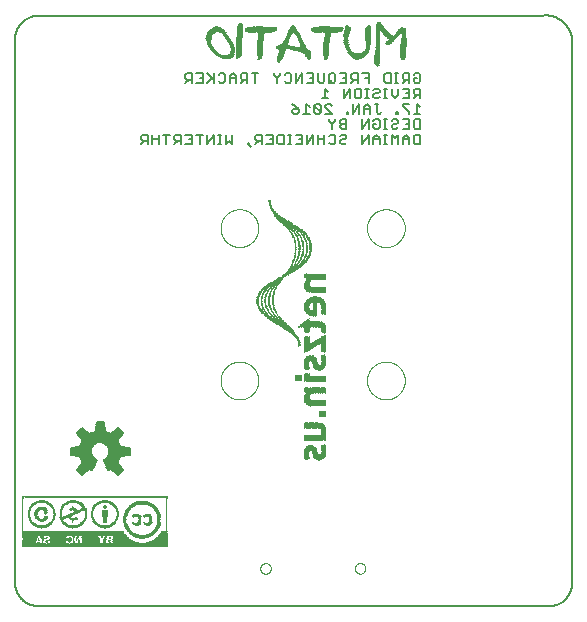
<source format=gbo>
G75*
%MOIN*%
%OFA0B0*%
%FSLAX25Y25*%
%IPPOS*%
%LPD*%
%AMOC8*
5,1,8,0,0,1.08239X$1,22.5*
%
%ADD10C,0.00700*%
%ADD11C,0.00800*%
%ADD12R,0.00200X0.01800*%
%ADD13R,0.00200X0.01600*%
%ADD14R,0.00200X0.03000*%
%ADD15R,0.00200X0.02000*%
%ADD16R,0.00200X0.00200*%
%ADD17R,0.00200X0.02400*%
%ADD18R,0.00200X0.01400*%
%ADD19R,0.00200X0.02800*%
%ADD20R,0.00200X0.04200*%
%ADD21R,0.00200X0.02600*%
%ADD22R,0.00200X0.05600*%
%ADD23R,0.00200X0.03600*%
%ADD24R,0.00200X0.04400*%
%ADD25R,0.00200X0.03800*%
%ADD26R,0.00200X0.04600*%
%ADD27R,0.00200X0.03200*%
%ADD28R,0.00200X0.06000*%
%ADD29R,0.00200X0.02200*%
%ADD30R,0.00200X0.05000*%
%ADD31R,0.00200X0.04800*%
%ADD32R,0.00200X0.03400*%
%ADD33R,0.00200X0.05800*%
%ADD34R,0.00200X0.05200*%
%ADD35R,0.00200X0.05400*%
%ADD36R,0.00200X0.00400*%
%ADD37R,0.00200X0.01000*%
%ADD38R,0.00200X0.06400*%
%ADD39R,0.00200X0.04000*%
%ADD40R,0.00200X0.06600*%
%ADD41R,0.00200X0.00800*%
%ADD42R,0.00200X0.06200*%
%ADD43R,0.00200X0.01200*%
%ADD44R,0.00200X0.00600*%
%ADD45R,0.00100X0.00100*%
%ADD46R,0.00600X0.00100*%
%ADD47R,0.00800X0.00100*%
%ADD48R,0.01000X0.00100*%
%ADD49R,0.01200X0.00100*%
%ADD50R,0.01300X0.00100*%
%ADD51R,0.01400X0.00100*%
%ADD52R,0.01500X0.00100*%
%ADD53R,0.01600X0.00100*%
%ADD54R,0.01800X0.00100*%
%ADD55R,0.01700X0.00100*%
%ADD56R,0.00300X0.00100*%
%ADD57R,0.00500X0.00100*%
%ADD58R,0.01100X0.00100*%
%ADD59R,0.00200X0.00100*%
%ADD60R,0.02000X0.00100*%
%ADD61R,0.02400X0.00100*%
%ADD62R,0.02500X0.00100*%
%ADD63R,0.02900X0.00100*%
%ADD64R,0.03000X0.00100*%
%ADD65R,0.03200X0.00100*%
%ADD66R,0.00900X0.00100*%
%ADD67R,0.03600X0.00100*%
%ADD68R,0.03500X0.00100*%
%ADD69R,0.03900X0.00100*%
%ADD70R,0.03800X0.00100*%
%ADD71R,0.04300X0.00100*%
%ADD72R,0.04100X0.00100*%
%ADD73R,0.04600X0.00100*%
%ADD74R,0.04400X0.00100*%
%ADD75R,0.04900X0.00100*%
%ADD76R,0.05100X0.00100*%
%ADD77R,0.04800X0.00100*%
%ADD78R,0.01900X0.00100*%
%ADD79R,0.05300X0.00100*%
%ADD80R,0.05500X0.00100*%
%ADD81R,0.02200X0.00100*%
%ADD82R,0.02100X0.00100*%
%ADD83R,0.05400X0.00100*%
%ADD84R,0.05600X0.00100*%
%ADD85R,0.05800X0.00100*%
%ADD86R,0.06000X0.00100*%
%ADD87R,0.06200X0.00100*%
%ADD88R,0.02600X0.00100*%
%ADD89R,0.03100X0.00100*%
%ADD90R,0.04500X0.00100*%
%ADD91R,0.05000X0.00100*%
%ADD92R,0.05700X0.00100*%
%ADD93R,0.02700X0.00100*%
%ADD94R,0.06700X0.00100*%
%ADD95R,0.03400X0.00100*%
%ADD96R,0.10200X0.00100*%
%ADD97R,0.07400X0.00100*%
%ADD98R,0.06100X0.00100*%
%ADD99R,0.04200X0.00100*%
%ADD100R,0.03700X0.00100*%
%ADD101R,0.02300X0.00100*%
%ADD102R,0.02800X0.00100*%
%ADD103R,0.08800X0.00100*%
%ADD104R,0.03300X0.00100*%
%ADD105R,0.09400X0.00100*%
%ADD106R,0.09800X0.00100*%
%ADD107R,0.10100X0.00100*%
%ADD108R,0.05200X0.00100*%
%ADD109R,0.10400X0.00100*%
%ADD110R,0.10500X0.00100*%
%ADD111R,0.10600X0.00100*%
%ADD112R,0.10300X0.00100*%
%ADD113R,0.10000X0.00100*%
%ADD114R,0.06300X0.00100*%
%ADD115R,0.00700X0.00100*%
%ADD116R,0.00400X0.00100*%
%ADD117C,0.00000*%
%ADD118R,0.48400X0.00100*%
%ADD119R,0.32400X0.00100*%
%ADD120R,0.07100X0.00100*%
%ADD121R,0.07800X0.00100*%
%ADD122R,0.18200X0.00100*%
%ADD123R,0.06400X0.00100*%
%ADD124R,0.05900X0.00100*%
%ADD125R,0.07300X0.00100*%
%ADD126R,0.08700X0.00100*%
%ADD127R,0.08100X0.00100*%
%ADD128R,0.07500X0.00100*%
%ADD129R,0.07200X0.00100*%
%ADD130R,0.07000X0.00100*%
%ADD131R,0.06500X0.00100*%
%ADD132R,0.07900X0.00100*%
%ADD133R,0.04700X0.00100*%
%ADD134R,0.07600X0.00100*%
%ADD135R,0.04000X0.00100*%
%ADD136R,0.34400X0.00100*%
%ADD137R,0.34300X0.00100*%
%ADD138R,0.34200X0.00100*%
%ADD139R,0.34100X0.00100*%
%ADD140R,0.34000X0.00100*%
%ADD141R,0.33900X0.00100*%
%ADD142R,0.33800X0.00100*%
%ADD143R,0.33700X0.00100*%
%ADD144R,0.06900X0.00100*%
%ADD145R,0.06600X0.00100*%
%ADD146R,0.46600X0.00100*%
%ADD147C,0.00591*%
D10*
X0016222Y0028529D02*
X0186207Y0028529D01*
X0186397Y0028531D01*
X0186587Y0028538D01*
X0186777Y0028550D01*
X0186967Y0028566D01*
X0187156Y0028586D01*
X0187345Y0028612D01*
X0187533Y0028641D01*
X0187720Y0028676D01*
X0187906Y0028715D01*
X0188091Y0028758D01*
X0188276Y0028806D01*
X0188459Y0028858D01*
X0188640Y0028914D01*
X0188820Y0028975D01*
X0188999Y0029041D01*
X0189176Y0029110D01*
X0189352Y0029184D01*
X0189525Y0029262D01*
X0189697Y0029345D01*
X0189866Y0029431D01*
X0190034Y0029521D01*
X0190199Y0029616D01*
X0190362Y0029714D01*
X0190522Y0029817D01*
X0190680Y0029923D01*
X0190835Y0030033D01*
X0190988Y0030146D01*
X0191138Y0030264D01*
X0191284Y0030385D01*
X0191428Y0030509D01*
X0191569Y0030637D01*
X0191707Y0030768D01*
X0191842Y0030903D01*
X0191973Y0031041D01*
X0192101Y0031182D01*
X0192225Y0031326D01*
X0192346Y0031472D01*
X0192464Y0031622D01*
X0192577Y0031775D01*
X0192687Y0031930D01*
X0192793Y0032088D01*
X0192896Y0032248D01*
X0192994Y0032411D01*
X0193089Y0032576D01*
X0193179Y0032744D01*
X0193265Y0032913D01*
X0193348Y0033085D01*
X0193426Y0033258D01*
X0193500Y0033434D01*
X0193569Y0033611D01*
X0193635Y0033790D01*
X0193696Y0033970D01*
X0193752Y0034151D01*
X0193804Y0034334D01*
X0193852Y0034519D01*
X0193895Y0034704D01*
X0193934Y0034890D01*
X0193969Y0035077D01*
X0193998Y0035265D01*
X0194024Y0035454D01*
X0194044Y0035643D01*
X0194060Y0035833D01*
X0194072Y0036023D01*
X0194079Y0036213D01*
X0194081Y0036403D01*
X0194081Y0217506D01*
X0194080Y0217505D02*
X0194054Y0217719D01*
X0194023Y0217932D01*
X0193986Y0218144D01*
X0193944Y0218356D01*
X0193897Y0218566D01*
X0193845Y0218775D01*
X0193788Y0218983D01*
X0193726Y0219189D01*
X0193659Y0219394D01*
X0193588Y0219597D01*
X0193511Y0219798D01*
X0193429Y0219997D01*
X0193343Y0220195D01*
X0193252Y0220390D01*
X0193156Y0220583D01*
X0193055Y0220773D01*
X0192950Y0220961D01*
X0192841Y0221147D01*
X0192727Y0221329D01*
X0192608Y0221509D01*
X0192486Y0221686D01*
X0192359Y0221860D01*
X0192228Y0222031D01*
X0192092Y0222199D01*
X0191953Y0222363D01*
X0191810Y0222524D01*
X0191663Y0222682D01*
X0191512Y0222835D01*
X0191358Y0222986D01*
X0191200Y0223132D01*
X0191038Y0223275D01*
X0190874Y0223413D01*
X0190705Y0223548D01*
X0190534Y0223678D01*
X0190360Y0223804D01*
X0190182Y0223926D01*
X0190002Y0224044D01*
X0189818Y0224157D01*
X0189633Y0224266D01*
X0189444Y0224371D01*
X0189253Y0224470D01*
X0189060Y0224565D01*
X0188864Y0224656D01*
X0188667Y0224741D01*
X0188467Y0224822D01*
X0188266Y0224898D01*
X0188062Y0224969D01*
X0187857Y0225035D01*
X0187651Y0225097D01*
X0187443Y0225153D01*
X0187234Y0225204D01*
X0187023Y0225250D01*
X0186812Y0225291D01*
X0186599Y0225327D01*
X0186386Y0225358D01*
X0186172Y0225383D01*
X0185958Y0225404D01*
X0185743Y0225419D01*
X0185528Y0225429D01*
X0185313Y0225434D01*
X0185097Y0225433D01*
X0184882Y0225428D01*
X0184667Y0225417D01*
X0184452Y0225401D01*
X0184238Y0225379D01*
X0184238Y0225380D02*
X0016222Y0225380D01*
X0016032Y0225378D01*
X0015842Y0225371D01*
X0015652Y0225359D01*
X0015462Y0225343D01*
X0015273Y0225323D01*
X0015084Y0225297D01*
X0014896Y0225268D01*
X0014709Y0225233D01*
X0014523Y0225194D01*
X0014338Y0225151D01*
X0014153Y0225103D01*
X0013970Y0225051D01*
X0013789Y0224995D01*
X0013609Y0224934D01*
X0013430Y0224868D01*
X0013253Y0224799D01*
X0013077Y0224725D01*
X0012904Y0224647D01*
X0012732Y0224564D01*
X0012563Y0224478D01*
X0012395Y0224388D01*
X0012230Y0224293D01*
X0012067Y0224195D01*
X0011907Y0224092D01*
X0011749Y0223986D01*
X0011594Y0223876D01*
X0011441Y0223763D01*
X0011291Y0223645D01*
X0011145Y0223524D01*
X0011001Y0223400D01*
X0010860Y0223272D01*
X0010722Y0223141D01*
X0010587Y0223006D01*
X0010456Y0222868D01*
X0010328Y0222727D01*
X0010204Y0222583D01*
X0010083Y0222437D01*
X0009965Y0222287D01*
X0009852Y0222134D01*
X0009742Y0221979D01*
X0009636Y0221821D01*
X0009533Y0221661D01*
X0009435Y0221498D01*
X0009340Y0221333D01*
X0009250Y0221165D01*
X0009164Y0220996D01*
X0009081Y0220824D01*
X0009003Y0220651D01*
X0008929Y0220475D01*
X0008860Y0220298D01*
X0008794Y0220119D01*
X0008733Y0219939D01*
X0008677Y0219758D01*
X0008625Y0219575D01*
X0008577Y0219390D01*
X0008534Y0219205D01*
X0008495Y0219019D01*
X0008460Y0218832D01*
X0008431Y0218644D01*
X0008405Y0218455D01*
X0008385Y0218266D01*
X0008369Y0218076D01*
X0008357Y0217886D01*
X0008350Y0217696D01*
X0008348Y0217506D01*
X0008348Y0036403D01*
X0008350Y0036213D01*
X0008357Y0036023D01*
X0008369Y0035833D01*
X0008385Y0035643D01*
X0008405Y0035454D01*
X0008431Y0035265D01*
X0008460Y0035077D01*
X0008495Y0034890D01*
X0008534Y0034704D01*
X0008577Y0034519D01*
X0008625Y0034334D01*
X0008677Y0034151D01*
X0008733Y0033970D01*
X0008794Y0033790D01*
X0008860Y0033611D01*
X0008929Y0033434D01*
X0009003Y0033258D01*
X0009081Y0033085D01*
X0009164Y0032913D01*
X0009250Y0032744D01*
X0009340Y0032576D01*
X0009435Y0032411D01*
X0009533Y0032248D01*
X0009636Y0032088D01*
X0009742Y0031930D01*
X0009852Y0031775D01*
X0009965Y0031622D01*
X0010083Y0031472D01*
X0010204Y0031326D01*
X0010328Y0031182D01*
X0010456Y0031041D01*
X0010587Y0030903D01*
X0010722Y0030768D01*
X0010860Y0030637D01*
X0011001Y0030509D01*
X0011145Y0030385D01*
X0011291Y0030264D01*
X0011441Y0030146D01*
X0011594Y0030033D01*
X0011749Y0029923D01*
X0011907Y0029817D01*
X0012067Y0029714D01*
X0012230Y0029616D01*
X0012395Y0029521D01*
X0012563Y0029431D01*
X0012732Y0029345D01*
X0012904Y0029262D01*
X0013077Y0029184D01*
X0013253Y0029110D01*
X0013430Y0029041D01*
X0013609Y0028975D01*
X0013789Y0028914D01*
X0013970Y0028858D01*
X0014153Y0028806D01*
X0014338Y0028758D01*
X0014523Y0028715D01*
X0014709Y0028676D01*
X0014896Y0028641D01*
X0015084Y0028612D01*
X0015273Y0028586D01*
X0015462Y0028566D01*
X0015652Y0028550D01*
X0015842Y0028538D01*
X0016032Y0028531D01*
X0016222Y0028529D01*
D11*
X0086907Y0181405D02*
X0085839Y0182472D01*
X0086373Y0182472D01*
X0086373Y0183006D01*
X0085839Y0183006D01*
X0085839Y0182472D01*
X0088455Y0182472D02*
X0089522Y0183540D01*
X0088988Y0183540D02*
X0090590Y0183540D01*
X0090590Y0182472D02*
X0090590Y0185675D01*
X0088988Y0185675D01*
X0088455Y0185141D01*
X0088455Y0184074D01*
X0088988Y0183540D01*
X0092138Y0182472D02*
X0094273Y0182472D01*
X0094273Y0185675D01*
X0092138Y0185675D01*
X0093205Y0184074D02*
X0094273Y0184074D01*
X0095821Y0183006D02*
X0095821Y0185141D01*
X0096355Y0185675D01*
X0097956Y0185675D01*
X0097956Y0182472D01*
X0096355Y0182472D01*
X0095821Y0183006D01*
X0099344Y0182472D02*
X0100412Y0182472D01*
X0099878Y0182472D02*
X0099878Y0185675D01*
X0100412Y0185675D02*
X0099344Y0185675D01*
X0101960Y0185675D02*
X0104095Y0185675D01*
X0104095Y0182472D01*
X0101960Y0182472D01*
X0103027Y0184074D02*
X0104095Y0184074D01*
X0105643Y0185675D02*
X0105643Y0182472D01*
X0107778Y0185675D01*
X0107778Y0182472D01*
X0109326Y0182472D02*
X0109326Y0185675D01*
X0109326Y0184074D02*
X0111461Y0184074D01*
X0111461Y0185675D02*
X0111461Y0182472D01*
X0113009Y0183006D02*
X0113543Y0182472D01*
X0114610Y0182472D01*
X0115144Y0183006D01*
X0115144Y0185141D01*
X0114610Y0185675D01*
X0113543Y0185675D01*
X0113009Y0185141D01*
X0114077Y0187591D02*
X0114077Y0189192D01*
X0113009Y0190260D01*
X0113009Y0190793D01*
X0114077Y0189192D02*
X0115144Y0190260D01*
X0115144Y0190793D01*
X0116692Y0190260D02*
X0116692Y0189726D01*
X0117226Y0189192D01*
X0118827Y0189192D01*
X0117226Y0189192D02*
X0116692Y0188658D01*
X0116692Y0188124D01*
X0117226Y0187591D01*
X0118827Y0187591D01*
X0118827Y0190793D01*
X0117226Y0190793D01*
X0116692Y0190260D01*
X0118907Y0192709D02*
X0119441Y0192709D01*
X0119441Y0193242D01*
X0118907Y0193242D01*
X0118907Y0192709D01*
X0120989Y0192709D02*
X0120989Y0195911D01*
X0120055Y0197827D02*
X0120055Y0201030D01*
X0117920Y0197827D01*
X0117920Y0201030D01*
X0118827Y0202945D02*
X0116692Y0202945D01*
X0115144Y0203479D02*
X0115144Y0205614D01*
X0114610Y0206148D01*
X0113543Y0206148D01*
X0113009Y0205614D01*
X0113009Y0203479D01*
X0113543Y0202945D01*
X0114610Y0202945D01*
X0115144Y0203479D01*
X0114077Y0204012D02*
X0113009Y0202945D01*
X0111461Y0203479D02*
X0110927Y0202945D01*
X0109860Y0202945D01*
X0109326Y0203479D01*
X0109326Y0206148D01*
X0107778Y0206148D02*
X0107778Y0202945D01*
X0105643Y0202945D01*
X0104095Y0202945D02*
X0104095Y0206148D01*
X0101960Y0202945D01*
X0101960Y0206148D01*
X0100412Y0205614D02*
X0100412Y0203479D01*
X0099878Y0202945D01*
X0098810Y0202945D01*
X0098276Y0203479D01*
X0098276Y0205614D02*
X0098810Y0206148D01*
X0099878Y0206148D01*
X0100412Y0205614D01*
X0096728Y0205614D02*
X0095661Y0204546D01*
X0095661Y0202945D01*
X0095661Y0204546D02*
X0094593Y0205614D01*
X0094593Y0206148D01*
X0096728Y0206148D02*
X0096728Y0205614D01*
X0089362Y0206148D02*
X0087227Y0206148D01*
X0088295Y0206148D02*
X0088295Y0202945D01*
X0085679Y0202945D02*
X0085679Y0206148D01*
X0084078Y0206148D01*
X0083544Y0205614D01*
X0083544Y0204546D01*
X0084078Y0204012D01*
X0085679Y0204012D01*
X0084611Y0204012D02*
X0083544Y0202945D01*
X0081996Y0202945D02*
X0081996Y0205080D01*
X0080928Y0206148D01*
X0079861Y0205080D01*
X0079861Y0202945D01*
X0079861Y0204546D02*
X0081996Y0204546D01*
X0078313Y0203479D02*
X0077779Y0202945D01*
X0076711Y0202945D01*
X0076178Y0203479D01*
X0074630Y0204012D02*
X0072494Y0206148D01*
X0070946Y0206148D02*
X0070946Y0202945D01*
X0068811Y0202945D01*
X0067263Y0202945D02*
X0067263Y0206148D01*
X0065662Y0206148D01*
X0065128Y0205614D01*
X0065128Y0204546D01*
X0065662Y0204012D01*
X0067263Y0204012D01*
X0066196Y0204012D02*
X0065128Y0202945D01*
X0068811Y0206148D02*
X0070946Y0206148D01*
X0070946Y0204546D02*
X0069879Y0204546D01*
X0072494Y0202945D02*
X0074096Y0204546D01*
X0074630Y0202945D02*
X0074630Y0206148D01*
X0076178Y0205614D02*
X0076711Y0206148D01*
X0077779Y0206148D01*
X0078313Y0205614D01*
X0078313Y0203479D01*
X0078633Y0185675D02*
X0078633Y0182472D01*
X0079701Y0183540D01*
X0080768Y0182472D01*
X0080768Y0185675D01*
X0077085Y0185675D02*
X0076017Y0185675D01*
X0076551Y0185675D02*
X0076551Y0182472D01*
X0077085Y0182472D02*
X0076017Y0182472D01*
X0074630Y0182472D02*
X0074630Y0185675D01*
X0072494Y0182472D01*
X0072494Y0185675D01*
X0070946Y0185675D02*
X0068811Y0185675D01*
X0069879Y0185675D02*
X0069879Y0182472D01*
X0067263Y0182472D02*
X0067263Y0185675D01*
X0065128Y0185675D01*
X0063580Y0185675D02*
X0063580Y0182472D01*
X0063580Y0183540D02*
X0061979Y0183540D01*
X0061445Y0184074D01*
X0061445Y0185141D01*
X0061979Y0185675D01*
X0063580Y0185675D01*
X0062513Y0183540D02*
X0061445Y0182472D01*
X0058829Y0182472D02*
X0058829Y0185675D01*
X0057762Y0185675D02*
X0059897Y0185675D01*
X0056214Y0185675D02*
X0056214Y0182472D01*
X0056214Y0184074D02*
X0054079Y0184074D01*
X0054079Y0185675D02*
X0054079Y0182472D01*
X0052531Y0182472D02*
X0052531Y0185675D01*
X0050929Y0185675D01*
X0050396Y0185141D01*
X0050396Y0184074D01*
X0050929Y0183540D01*
X0052531Y0183540D01*
X0051463Y0183540D02*
X0050396Y0182472D01*
X0065128Y0182472D02*
X0067263Y0182472D01*
X0067263Y0184074D02*
X0066196Y0184074D01*
X0100732Y0193242D02*
X0101266Y0192709D01*
X0102333Y0192709D01*
X0102867Y0193242D01*
X0102867Y0194310D01*
X0101266Y0194310D01*
X0100732Y0193776D01*
X0100732Y0193242D01*
X0101799Y0195378D02*
X0102867Y0194310D01*
X0101799Y0195378D02*
X0100732Y0195911D01*
X0105483Y0195911D02*
X0105483Y0192709D01*
X0106550Y0192709D02*
X0104415Y0192709D01*
X0106550Y0194844D02*
X0105483Y0195911D01*
X0108098Y0195378D02*
X0108098Y0193242D01*
X0108632Y0192709D01*
X0109699Y0192709D01*
X0110233Y0193242D01*
X0108098Y0195378D01*
X0108632Y0195911D01*
X0109699Y0195911D01*
X0110233Y0195378D01*
X0110233Y0193242D01*
X0111781Y0192709D02*
X0113916Y0192709D01*
X0111781Y0194844D01*
X0111781Y0195378D01*
X0112315Y0195911D01*
X0113383Y0195911D01*
X0113916Y0195378D01*
X0112689Y0197827D02*
X0110554Y0197827D01*
X0111621Y0197827D02*
X0111621Y0201030D01*
X0112689Y0199962D01*
X0111461Y0203479D02*
X0111461Y0206148D01*
X0107778Y0206148D02*
X0105643Y0206148D01*
X0106710Y0204546D02*
X0107778Y0204546D01*
X0116692Y0206148D02*
X0118827Y0206148D01*
X0118827Y0202945D01*
X0120375Y0202945D02*
X0121443Y0204012D01*
X0120909Y0204012D02*
X0122510Y0204012D01*
X0122510Y0202945D02*
X0122510Y0206148D01*
X0120909Y0206148D01*
X0120375Y0205614D01*
X0120375Y0204546D01*
X0120909Y0204012D01*
X0118827Y0204546D02*
X0117760Y0204546D01*
X0121603Y0200496D02*
X0122137Y0201030D01*
X0123204Y0201030D01*
X0123738Y0200496D01*
X0123738Y0198361D01*
X0123204Y0197827D01*
X0122137Y0197827D01*
X0121603Y0198361D01*
X0121603Y0200496D01*
X0125126Y0201030D02*
X0126194Y0201030D01*
X0125660Y0201030D02*
X0125660Y0197827D01*
X0126194Y0197827D02*
X0125126Y0197827D01*
X0125740Y0195911D02*
X0124672Y0194844D01*
X0124672Y0192709D01*
X0123124Y0192709D02*
X0123124Y0195911D01*
X0120989Y0192709D01*
X0124058Y0190793D02*
X0124058Y0187591D01*
X0126194Y0190793D01*
X0126194Y0187591D01*
X0127742Y0188124D02*
X0127742Y0189192D01*
X0128809Y0189192D01*
X0127742Y0190260D02*
X0128275Y0190793D01*
X0129343Y0190793D01*
X0129877Y0190260D01*
X0129877Y0188124D01*
X0129343Y0187591D01*
X0128275Y0187591D01*
X0127742Y0188124D01*
X0128809Y0185675D02*
X0127742Y0184608D01*
X0127742Y0182472D01*
X0126194Y0182472D02*
X0126194Y0185675D01*
X0124058Y0182472D01*
X0124058Y0185675D01*
X0127742Y0184074D02*
X0129877Y0184074D01*
X0129877Y0184608D02*
X0128809Y0185675D01*
X0129877Y0184608D02*
X0129877Y0182472D01*
X0131265Y0182472D02*
X0132332Y0182472D01*
X0131798Y0182472D02*
X0131798Y0185675D01*
X0131265Y0185675D02*
X0132332Y0185675D01*
X0133880Y0185675D02*
X0133880Y0182472D01*
X0136015Y0182472D02*
X0136015Y0185675D01*
X0134948Y0184608D01*
X0133880Y0185675D01*
X0134414Y0187591D02*
X0135481Y0187591D01*
X0136015Y0188124D01*
X0135481Y0189192D02*
X0134414Y0189192D01*
X0133880Y0188658D01*
X0133880Y0188124D01*
X0134414Y0187591D01*
X0135481Y0189192D02*
X0136015Y0189726D01*
X0136015Y0190260D01*
X0135481Y0190793D01*
X0134414Y0190793D01*
X0133880Y0190260D01*
X0132332Y0190793D02*
X0131265Y0190793D01*
X0131798Y0190793D02*
X0131798Y0187591D01*
X0131265Y0187591D02*
X0132332Y0187591D01*
X0129957Y0192709D02*
X0129423Y0192709D01*
X0128889Y0193242D01*
X0128889Y0195911D01*
X0129423Y0195911D02*
X0128355Y0195911D01*
X0126807Y0194844D02*
X0125740Y0195911D01*
X0126807Y0194844D02*
X0126807Y0192709D01*
X0126807Y0194310D02*
X0124672Y0194310D01*
X0128275Y0197827D02*
X0129343Y0197827D01*
X0129877Y0198361D01*
X0129343Y0199428D02*
X0128275Y0199428D01*
X0127742Y0198894D01*
X0127742Y0198361D01*
X0128275Y0197827D01*
X0129343Y0199428D02*
X0129877Y0199962D01*
X0129877Y0200496D01*
X0129343Y0201030D01*
X0128275Y0201030D01*
X0127742Y0200496D01*
X0126194Y0202945D02*
X0126194Y0206148D01*
X0124058Y0206148D01*
X0125126Y0204546D02*
X0126194Y0204546D01*
X0131425Y0203479D02*
X0131425Y0205614D01*
X0131958Y0206148D01*
X0133560Y0206148D01*
X0133560Y0202945D01*
X0131958Y0202945D01*
X0131425Y0203479D01*
X0131265Y0201030D02*
X0132332Y0201030D01*
X0131798Y0201030D02*
X0131798Y0197827D01*
X0131265Y0197827D02*
X0132332Y0197827D01*
X0133880Y0198894D02*
X0133880Y0201030D01*
X0136015Y0201030D02*
X0136015Y0198894D01*
X0134948Y0197827D01*
X0133880Y0198894D01*
X0137563Y0197827D02*
X0139698Y0197827D01*
X0139698Y0201030D01*
X0137563Y0201030D01*
X0137563Y0202945D02*
X0138631Y0204012D01*
X0138097Y0204012D02*
X0139698Y0204012D01*
X0139698Y0202945D02*
X0139698Y0206148D01*
X0138097Y0206148D01*
X0137563Y0205614D01*
X0137563Y0204546D01*
X0138097Y0204012D01*
X0136015Y0202945D02*
X0134948Y0202945D01*
X0135481Y0202945D02*
X0135481Y0206148D01*
X0134948Y0206148D02*
X0136015Y0206148D01*
X0141246Y0205614D02*
X0141780Y0206148D01*
X0142848Y0206148D01*
X0143382Y0205614D01*
X0143382Y0203479D01*
X0142848Y0202945D01*
X0141780Y0202945D01*
X0141246Y0203479D01*
X0141246Y0204546D01*
X0142314Y0204546D01*
X0141780Y0201030D02*
X0141246Y0200496D01*
X0141246Y0199428D01*
X0141780Y0198894D01*
X0143382Y0198894D01*
X0143382Y0197827D02*
X0143382Y0201030D01*
X0141780Y0201030D01*
X0142314Y0198894D02*
X0141246Y0197827D01*
X0142314Y0195911D02*
X0142314Y0192709D01*
X0143382Y0192709D02*
X0141246Y0192709D01*
X0139698Y0192709D02*
X0139698Y0193242D01*
X0137563Y0195378D01*
X0137563Y0195911D01*
X0139698Y0195911D01*
X0142314Y0195911D02*
X0143382Y0194844D01*
X0143382Y0190793D02*
X0141780Y0190793D01*
X0141246Y0190260D01*
X0141246Y0188124D01*
X0141780Y0187591D01*
X0143382Y0187591D01*
X0143382Y0190793D01*
X0139698Y0190793D02*
X0139698Y0187591D01*
X0137563Y0187591D01*
X0138631Y0189192D02*
X0139698Y0189192D01*
X0139698Y0190793D02*
X0137563Y0190793D01*
X0136015Y0192709D02*
X0136015Y0193242D01*
X0135481Y0193242D01*
X0135481Y0192709D01*
X0136015Y0192709D01*
X0130491Y0193242D02*
X0129957Y0192709D01*
X0138631Y0199428D02*
X0139698Y0199428D01*
X0138631Y0185675D02*
X0137563Y0184608D01*
X0137563Y0182472D01*
X0137563Y0184074D02*
X0139698Y0184074D01*
X0139698Y0184608D02*
X0138631Y0185675D01*
X0139698Y0184608D02*
X0139698Y0182472D01*
X0141246Y0183006D02*
X0141246Y0185141D01*
X0141780Y0185675D01*
X0143382Y0185675D01*
X0143382Y0182472D01*
X0141780Y0182472D01*
X0141246Y0183006D01*
X0118827Y0183006D02*
X0118293Y0182472D01*
X0117226Y0182472D01*
X0116692Y0183006D01*
X0116692Y0183540D01*
X0117226Y0184074D01*
X0118293Y0184074D01*
X0118827Y0184608D01*
X0118827Y0185141D01*
X0118293Y0185675D01*
X0117226Y0185675D01*
X0116692Y0185141D01*
D12*
X0093948Y0161329D03*
X0093348Y0162929D03*
X0095148Y0159329D03*
X0095348Y0159129D03*
X0095748Y0158729D03*
X0096148Y0158329D03*
X0096548Y0157929D03*
X0100948Y0155329D03*
X0101748Y0154729D03*
X0103948Y0153329D03*
X0106548Y0150529D03*
X0103148Y0149529D03*
X0104348Y0142929D03*
X0104148Y0142529D03*
X0102148Y0141129D03*
X0099548Y0139729D03*
X0096948Y0137329D03*
X0094148Y0135729D03*
X0092348Y0134729D03*
X0091948Y0134329D03*
X0092148Y0131729D03*
X0094748Y0132529D03*
X0094748Y0128329D03*
X0092148Y0128929D03*
X0092548Y0125329D03*
X0092748Y0125129D03*
X0094748Y0123929D03*
X0100548Y0120329D03*
X0100948Y0119929D03*
X0101348Y0119529D03*
X0102948Y0117129D03*
X0104748Y0122329D03*
X0104948Y0122329D03*
X0107148Y0122329D03*
X0107948Y0122329D03*
X0108548Y0122329D03*
X0109148Y0122329D03*
X0109748Y0122329D03*
X0107548Y0126129D03*
X0107348Y0126129D03*
X0106948Y0126329D03*
X0107148Y0130529D03*
X0107548Y0130529D03*
X0108748Y0138329D03*
X0109948Y0138329D03*
X0111148Y0138329D03*
X0112148Y0138329D03*
X0105748Y0138329D03*
X0105548Y0138529D03*
X0106948Y0111129D03*
X0109948Y0107929D03*
X0109748Y0104329D03*
X0109348Y0104329D03*
X0108948Y0104329D03*
X0108548Y0104329D03*
X0108148Y0104329D03*
X0107748Y0104329D03*
X0107348Y0104329D03*
X0106948Y0104329D03*
X0110148Y0104329D03*
X0110548Y0104329D03*
X0110948Y0104329D03*
X0111348Y0104329D03*
X0111148Y0100329D03*
X0110348Y0100329D03*
X0109548Y0100329D03*
X0108748Y0100329D03*
X0105748Y0100529D03*
X0105548Y0100529D03*
X0105348Y0100529D03*
X0107548Y0096129D03*
X0107948Y0096129D03*
X0108348Y0096129D03*
X0108748Y0096129D03*
X0109148Y0096129D03*
X0109548Y0096129D03*
X0109948Y0096129D03*
X0110348Y0096129D03*
X0110748Y0096129D03*
X0111148Y0096129D03*
X0111548Y0096129D03*
X0111948Y0096129D03*
X0112148Y0096129D03*
X0112148Y0092729D03*
X0110148Y0092729D03*
X0109548Y0088729D03*
X0109148Y0088729D03*
X0108348Y0088729D03*
X0107548Y0088729D03*
X0107148Y0088729D03*
X0106348Y0088729D03*
X0105948Y0088729D03*
X0105148Y0088729D03*
X0105148Y0084529D03*
X0105748Y0084529D03*
X0106348Y0084529D03*
X0106948Y0084529D03*
X0107548Y0084529D03*
X0108148Y0084529D03*
X0108748Y0084529D03*
X0109348Y0084529D03*
X0110148Y0084529D03*
X0110148Y0078129D03*
X0111948Y0100329D03*
X0102148Y0104529D03*
D13*
X0105148Y0100429D03*
X0112148Y0100429D03*
X0110748Y0111229D03*
X0102748Y0117429D03*
X0102548Y0118029D03*
X0102148Y0118629D03*
X0101748Y0119029D03*
X0101148Y0119629D03*
X0100748Y0120029D03*
X0104548Y0122229D03*
X0110748Y0126629D03*
X0112148Y0134029D03*
X0105348Y0138429D03*
X0105148Y0138429D03*
X0103548Y0142029D03*
X0103948Y0142429D03*
X0101948Y0141029D03*
X0101548Y0140829D03*
X0099348Y0139429D03*
X0097148Y0137629D03*
X0094348Y0136029D03*
X0092948Y0135229D03*
X0092148Y0134629D03*
X0090948Y0128829D03*
X0089948Y0128029D03*
X0090148Y0127629D03*
X0093548Y0128229D03*
X0092948Y0125029D03*
X0093148Y0124829D03*
X0093348Y0124629D03*
X0095148Y0123629D03*
X0101748Y0144829D03*
X0102948Y0145029D03*
X0106348Y0144829D03*
X0106548Y0145229D03*
X0105548Y0149829D03*
X0103748Y0153629D03*
X0103548Y0153629D03*
X0103148Y0154029D03*
X0101348Y0155029D03*
X0101748Y0150629D03*
X0095548Y0158829D03*
X0094948Y0159629D03*
X0094748Y0159829D03*
X0094548Y0160229D03*
X0094348Y0160429D03*
X0094148Y0161029D03*
X0110748Y0081229D03*
D14*
X0109148Y0078729D03*
X0107748Y0080729D03*
X0105348Y0097529D03*
X0105548Y0104729D03*
X0105948Y0104729D03*
X0109148Y0108529D03*
X0097348Y0122929D03*
X0105348Y0135329D03*
X0112148Y0127929D03*
X0093748Y0162329D03*
D15*
X0095948Y0158429D03*
X0096348Y0158029D03*
X0096748Y0157629D03*
X0096948Y0157629D03*
X0097348Y0157229D03*
X0099748Y0155829D03*
X0101148Y0155029D03*
X0102148Y0154429D03*
X0106748Y0145829D03*
X0102548Y0141629D03*
X0102348Y0141429D03*
X0100948Y0140629D03*
X0099748Y0139829D03*
X0096748Y0137229D03*
X0096548Y0137029D03*
X0095748Y0136629D03*
X0095548Y0136629D03*
X0094548Y0136029D03*
X0093948Y0135629D03*
X0093748Y0135429D03*
X0089748Y0131829D03*
X0095348Y0123629D03*
X0097148Y0122629D03*
X0099148Y0121429D03*
X0099748Y0121029D03*
X0099948Y0120829D03*
X0100148Y0120629D03*
X0100348Y0120429D03*
X0106948Y0122429D03*
X0107348Y0122429D03*
X0107548Y0122429D03*
X0107748Y0122429D03*
X0108148Y0122429D03*
X0108348Y0122429D03*
X0108748Y0122429D03*
X0108948Y0122429D03*
X0109348Y0122429D03*
X0109548Y0122429D03*
X0109948Y0122429D03*
X0110348Y0122229D03*
X0112148Y0120829D03*
X0110348Y0117029D03*
X0109348Y0116429D03*
X0108948Y0116229D03*
X0108348Y0115829D03*
X0106948Y0115029D03*
X0107148Y0111229D03*
X0107348Y0111029D03*
X0106548Y0111029D03*
X0109748Y0108029D03*
X0110148Y0108029D03*
X0110348Y0108029D03*
X0110548Y0108229D03*
X0110348Y0104229D03*
X0109948Y0104229D03*
X0109548Y0104229D03*
X0109148Y0104229D03*
X0108748Y0104229D03*
X0108348Y0104229D03*
X0107948Y0104229D03*
X0107548Y0104229D03*
X0107148Y0104229D03*
X0106748Y0104229D03*
X0106548Y0104429D03*
X0103748Y0104629D03*
X0107748Y0100429D03*
X0107948Y0100229D03*
X0108148Y0100429D03*
X0108348Y0100429D03*
X0108548Y0100429D03*
X0108948Y0100429D03*
X0109148Y0100429D03*
X0109348Y0100429D03*
X0109748Y0100429D03*
X0109948Y0100429D03*
X0110148Y0100429D03*
X0110548Y0100429D03*
X0110748Y0100429D03*
X0110948Y0100429D03*
X0111348Y0100429D03*
X0111548Y0100429D03*
X0111748Y0100429D03*
X0111748Y0104229D03*
X0111548Y0104229D03*
X0111148Y0104229D03*
X0110748Y0104229D03*
X0111948Y0104229D03*
X0107148Y0096229D03*
X0110348Y0092629D03*
X0111948Y0092629D03*
X0110148Y0088629D03*
X0109948Y0088629D03*
X0109348Y0088829D03*
X0108948Y0088829D03*
X0108748Y0088629D03*
X0108548Y0088829D03*
X0108148Y0088829D03*
X0107948Y0088629D03*
X0107748Y0088829D03*
X0107348Y0088829D03*
X0106948Y0088829D03*
X0106748Y0088629D03*
X0106548Y0088829D03*
X0106148Y0088829D03*
X0105748Y0088829D03*
X0105548Y0088629D03*
X0105348Y0088829D03*
X0105348Y0084629D03*
X0105548Y0084629D03*
X0105948Y0084629D03*
X0106148Y0084629D03*
X0106548Y0084629D03*
X0106748Y0084629D03*
X0107148Y0084629D03*
X0107348Y0084629D03*
X0107748Y0084629D03*
X0107948Y0084629D03*
X0108348Y0084629D03*
X0108548Y0084629D03*
X0108948Y0084629D03*
X0109148Y0084629D03*
X0109548Y0084629D03*
X0109748Y0084629D03*
X0109948Y0084629D03*
X0110348Y0084629D03*
X0110548Y0084629D03*
X0107148Y0081229D03*
X0106948Y0081229D03*
X0106748Y0081229D03*
X0106548Y0081029D03*
X0109548Y0078229D03*
X0109748Y0078029D03*
X0109948Y0078029D03*
X0107748Y0126229D03*
X0107148Y0126229D03*
X0106748Y0126429D03*
X0106748Y0130229D03*
X0106948Y0130229D03*
X0107348Y0130629D03*
X0107748Y0130629D03*
X0109348Y0130629D03*
X0109548Y0130629D03*
X0109748Y0130629D03*
X0109948Y0130429D03*
X0110148Y0130429D03*
X0110148Y0134029D03*
X0109948Y0134029D03*
X0109748Y0134029D03*
X0109548Y0134029D03*
X0109348Y0134029D03*
X0109148Y0134029D03*
X0108948Y0134029D03*
X0108748Y0134029D03*
X0108548Y0134029D03*
X0108348Y0134029D03*
X0108148Y0134029D03*
X0107948Y0134029D03*
X0107748Y0134029D03*
X0107548Y0134029D03*
X0107348Y0134029D03*
X0107548Y0138229D03*
X0107748Y0138229D03*
X0107948Y0138229D03*
X0108148Y0138229D03*
X0108348Y0138229D03*
X0108548Y0138229D03*
X0108948Y0138229D03*
X0109148Y0138229D03*
X0109348Y0138229D03*
X0109548Y0138229D03*
X0109748Y0138229D03*
X0110148Y0138229D03*
X0110348Y0138229D03*
X0110548Y0138229D03*
X0110748Y0138229D03*
X0110948Y0138229D03*
X0111348Y0138229D03*
X0111748Y0138229D03*
X0111948Y0138229D03*
X0111948Y0134029D03*
X0111748Y0134029D03*
X0111548Y0134029D03*
X0111348Y0134029D03*
X0111148Y0134029D03*
X0110948Y0134029D03*
X0110748Y0134029D03*
X0110548Y0134029D03*
X0110348Y0134029D03*
D16*
X0104948Y0134929D03*
X0104948Y0135329D03*
X0104948Y0135729D03*
X0104948Y0128729D03*
X0104948Y0128329D03*
X0104948Y0127929D03*
X0106548Y0124129D03*
X0106548Y0120929D03*
X0106548Y0119929D03*
X0106548Y0117729D03*
X0106548Y0117329D03*
X0106548Y0116329D03*
X0103548Y0116329D03*
X0102948Y0115729D03*
X0104948Y0109929D03*
X0104948Y0109529D03*
X0104948Y0109129D03*
X0104948Y0108729D03*
X0103948Y0105329D03*
X0103948Y0104329D03*
X0109148Y0110329D03*
X0110748Y0110129D03*
X0112148Y0111729D03*
X0112148Y0113529D03*
X0112148Y0113929D03*
X0112148Y0114329D03*
X0112148Y0114729D03*
X0112148Y0115129D03*
X0112148Y0115529D03*
X0112148Y0115929D03*
X0112148Y0116329D03*
X0112148Y0116729D03*
X0112148Y0117129D03*
X0112148Y0117529D03*
X0112148Y0117929D03*
X0112148Y0118329D03*
X0112148Y0118729D03*
X0110748Y0127729D03*
X0101948Y0142129D03*
X0101548Y0145129D03*
X0102148Y0145329D03*
X0101748Y0145929D03*
X0102348Y0147329D03*
X0102348Y0147929D03*
X0103148Y0148329D03*
X0103548Y0148329D03*
X0103548Y0147929D03*
X0103548Y0147529D03*
X0103548Y0147129D03*
X0103548Y0146729D03*
X0104348Y0147329D03*
X0104748Y0147729D03*
X0104348Y0148129D03*
X0104748Y0148929D03*
X0103548Y0148729D03*
X0101748Y0149529D03*
X0103148Y0150729D03*
X0105948Y0149329D03*
X0106148Y0148329D03*
X0106148Y0147729D03*
X0106148Y0147329D03*
X0106748Y0147129D03*
X0106748Y0147529D03*
X0106748Y0147929D03*
X0106748Y0148329D03*
X0107348Y0149329D03*
X0105548Y0146729D03*
X0104748Y0146529D03*
X0104548Y0145329D03*
X0103348Y0145329D03*
X0095548Y0135329D03*
X0094348Y0134929D03*
X0094548Y0132729D03*
X0094948Y0132329D03*
X0094348Y0131929D03*
X0094748Y0131329D03*
X0093548Y0131529D03*
X0092948Y0130529D03*
X0092948Y0130129D03*
X0092148Y0130129D03*
X0092148Y0130529D03*
X0091748Y0130729D03*
X0091748Y0131129D03*
X0090948Y0130929D03*
X0090548Y0131329D03*
X0090548Y0130329D03*
X0090948Y0129929D03*
X0090548Y0129329D03*
X0089748Y0130129D03*
X0089748Y0130529D03*
X0089148Y0131129D03*
X0089148Y0129329D03*
X0091748Y0129729D03*
X0092548Y0128329D03*
X0093348Y0127929D03*
X0094348Y0128929D03*
X0094948Y0128529D03*
X0095148Y0124729D03*
X0104948Y0097929D03*
X0104948Y0097529D03*
X0104948Y0097129D03*
X0112148Y0087929D03*
X0110748Y0080129D03*
X0107548Y0079529D03*
X0104948Y0079329D03*
X0104948Y0078929D03*
X0104948Y0079729D03*
X0104948Y0080129D03*
X0093148Y0163129D03*
X0093148Y0163529D03*
D17*
X0098148Y0156629D03*
X0098348Y0156429D03*
X0099948Y0155629D03*
X0100348Y0155229D03*
X0100548Y0155229D03*
X0106748Y0149829D03*
X0107348Y0147829D03*
X0101148Y0140829D03*
X0096348Y0136829D03*
X0094948Y0136029D03*
X0094348Y0130429D03*
X0096148Y0123429D03*
X0096548Y0123229D03*
X0097948Y0122429D03*
X0098148Y0122229D03*
X0098348Y0122029D03*
X0098548Y0122029D03*
X0098948Y0121629D03*
X0103148Y0116229D03*
X0106548Y0114829D03*
X0112148Y0110229D03*
X0110548Y0122229D03*
X0106548Y0126629D03*
X0106348Y0126829D03*
X0106548Y0130029D03*
X0109148Y0130429D03*
X0110348Y0130229D03*
X0110548Y0130029D03*
X0106748Y0134229D03*
X0106948Y0138029D03*
X0105148Y0122229D03*
X0105148Y0097429D03*
X0106748Y0096429D03*
X0106948Y0096229D03*
X0107548Y0081029D03*
X0106348Y0080829D03*
D18*
X0112148Y0104329D03*
X0102348Y0118129D03*
X0101948Y0118729D03*
X0101548Y0119329D03*
X0104348Y0122129D03*
X0094348Y0123929D03*
X0094148Y0124129D03*
X0093948Y0124129D03*
X0093748Y0124329D03*
X0093548Y0124529D03*
X0092348Y0128129D03*
X0090948Y0131929D03*
X0089948Y0132329D03*
X0092348Y0132329D03*
X0093548Y0132529D03*
X0092548Y0134929D03*
X0092748Y0135129D03*
X0093348Y0135529D03*
X0097348Y0137729D03*
X0097548Y0137929D03*
X0098948Y0139129D03*
X0099148Y0139329D03*
X0102748Y0141329D03*
X0102948Y0141529D03*
X0103148Y0141729D03*
X0103748Y0142129D03*
X0104148Y0145129D03*
X0105548Y0145729D03*
X0106348Y0150929D03*
X0106148Y0151329D03*
X0102948Y0150529D03*
X0102748Y0150929D03*
X0101548Y0150929D03*
X0103348Y0153929D03*
X0102948Y0154329D03*
X0102748Y0154329D03*
X0102548Y0154529D03*
X0101548Y0144129D03*
X0101348Y0143529D03*
D19*
X0100548Y0140829D03*
X0100348Y0140629D03*
X0095948Y0136429D03*
X0105148Y0128229D03*
X0106348Y0129629D03*
X0106748Y0137829D03*
X0105948Y0147629D03*
X0099348Y0155629D03*
X0099148Y0155829D03*
X0093548Y0162629D03*
X0095548Y0123829D03*
X0097548Y0122629D03*
X0097748Y0122629D03*
X0107548Y0110829D03*
X0107748Y0110629D03*
X0106148Y0104829D03*
X0106348Y0104629D03*
X0105748Y0104829D03*
X0105348Y0104829D03*
X0106748Y0100029D03*
X0112148Y0086229D03*
X0112148Y0080429D03*
X0109348Y0078429D03*
D20*
X0108348Y0079729D03*
X0111748Y0080329D03*
X0108548Y0109529D03*
X0108348Y0109729D03*
X0105548Y0109329D03*
X0111748Y0110129D03*
X0105748Y0121929D03*
X0111948Y0127729D03*
X0094548Y0130329D03*
D21*
X0094748Y0135729D03*
X0096148Y0136529D03*
X0101748Y0141329D03*
X0100748Y0154929D03*
X0098948Y0155929D03*
X0098748Y0156129D03*
X0098548Y0156329D03*
X0109148Y0127729D03*
X0106548Y0122529D03*
X0111948Y0120929D03*
X0106348Y0110729D03*
X0109348Y0108529D03*
X0110748Y0108529D03*
X0105148Y0104729D03*
X0106948Y0100129D03*
X0110548Y0088329D03*
X0110748Y0078529D03*
X0095948Y0123529D03*
X0095748Y0123729D03*
D22*
X0105348Y0115829D03*
X0105548Y0115829D03*
X0111148Y0115829D03*
X0111948Y0116029D03*
X0111348Y0086429D03*
X0111148Y0086429D03*
D23*
X0107948Y0080229D03*
X0111948Y0110229D03*
X0111148Y0121229D03*
X0110948Y0121429D03*
X0110748Y0121429D03*
X0090748Y0130229D03*
X0089348Y0130229D03*
D24*
X0089548Y0130229D03*
X0093348Y0130429D03*
X0105748Y0128229D03*
X0106148Y0122029D03*
X0106348Y0122029D03*
X0105948Y0121829D03*
X0105948Y0109629D03*
X0105748Y0109429D03*
X0111948Y0086029D03*
X0105948Y0079629D03*
X0105748Y0079629D03*
X0107148Y0147829D03*
X0102148Y0147829D03*
D25*
X0105748Y0135329D03*
X0105348Y0121729D03*
X0107948Y0110129D03*
X0108948Y0109129D03*
X0105348Y0109329D03*
X0105748Y0097529D03*
X0111948Y0080329D03*
X0108948Y0079129D03*
X0105348Y0079329D03*
D26*
X0106148Y0079729D03*
X0111348Y0079929D03*
X0111548Y0080129D03*
X0111348Y0109929D03*
X0111548Y0110129D03*
X0106148Y0109729D03*
X0111748Y0127929D03*
X0105748Y0147929D03*
X0104548Y0147929D03*
X0103348Y0147929D03*
D27*
X0099548Y0155429D03*
X0093148Y0130229D03*
X0091948Y0130229D03*
X0096948Y0123229D03*
X0105148Y0109229D03*
X0111748Y0121029D03*
X0110748Y0129629D03*
X0105148Y0079229D03*
D28*
X0106348Y0098229D03*
X0106148Y0098429D03*
X0105948Y0098429D03*
X0111748Y0116029D03*
X0106548Y0136229D03*
X0106348Y0136229D03*
X0106148Y0136229D03*
D29*
X0105148Y0135329D03*
X0106948Y0134129D03*
X0107148Y0134129D03*
X0107148Y0138129D03*
X0107348Y0138129D03*
X0111548Y0138329D03*
X0104348Y0145929D03*
X0103148Y0145929D03*
X0104348Y0149529D03*
X0101548Y0154729D03*
X0100148Y0155529D03*
X0097948Y0156729D03*
X0097748Y0156929D03*
X0097548Y0157129D03*
X0097148Y0157329D03*
X0101348Y0140929D03*
X0100748Y0140529D03*
X0100148Y0140329D03*
X0099948Y0140129D03*
X0095348Y0136329D03*
X0095148Y0136129D03*
X0089748Y0128729D03*
X0094948Y0123929D03*
X0096348Y0123129D03*
X0096748Y0122929D03*
X0098748Y0121729D03*
X0099348Y0121329D03*
X0099548Y0121129D03*
X0103348Y0116129D03*
X0106748Y0114929D03*
X0107148Y0115129D03*
X0107348Y0115329D03*
X0107548Y0115329D03*
X0107748Y0115529D03*
X0107948Y0115529D03*
X0108148Y0115729D03*
X0108548Y0115929D03*
X0108748Y0116129D03*
X0109148Y0116329D03*
X0109548Y0116529D03*
X0109748Y0116729D03*
X0109948Y0116729D03*
X0110148Y0116929D03*
X0110548Y0117129D03*
X0110148Y0122329D03*
X0106748Y0122329D03*
X0106748Y0111129D03*
X0109548Y0108129D03*
X0107548Y0100329D03*
X0107348Y0100329D03*
X0107148Y0100129D03*
X0107348Y0096129D03*
X0107748Y0096129D03*
X0108148Y0096129D03*
X0108548Y0096129D03*
X0108948Y0096129D03*
X0109348Y0096129D03*
X0109748Y0096129D03*
X0110148Y0096129D03*
X0110548Y0096129D03*
X0110948Y0096129D03*
X0111348Y0096129D03*
X0111748Y0096129D03*
X0111548Y0092729D03*
X0111348Y0092529D03*
X0111148Y0092729D03*
X0110948Y0092529D03*
X0110748Y0092729D03*
X0110548Y0092529D03*
X0111748Y0092529D03*
X0110348Y0088529D03*
X0109748Y0088729D03*
X0107348Y0081129D03*
X0110348Y0078129D03*
X0110548Y0078329D03*
X0103548Y0104529D03*
X0103348Y0104529D03*
X0103148Y0104529D03*
X0102948Y0104529D03*
X0102748Y0104529D03*
X0102548Y0104529D03*
X0102348Y0104529D03*
D30*
X0111748Y0086129D03*
X0111348Y0128129D03*
X0106148Y0128329D03*
X0105948Y0128329D03*
D31*
X0111548Y0128029D03*
X0106348Y0116029D03*
X0111148Y0109829D03*
X0110948Y0109629D03*
X0110948Y0079829D03*
X0111148Y0079829D03*
D32*
X0105548Y0097329D03*
X0111548Y0121129D03*
X0111348Y0121329D03*
X0105348Y0128329D03*
X0105548Y0135329D03*
D33*
X0105948Y0136329D03*
X0101948Y0147529D03*
X0111548Y0115929D03*
X0110948Y0086529D03*
X0110748Y0086529D03*
D34*
X0111548Y0086229D03*
X0110948Y0115829D03*
X0110748Y0115829D03*
X0106148Y0116029D03*
X0111148Y0128229D03*
D35*
X0110948Y0128329D03*
X0111348Y0115929D03*
X0105948Y0115929D03*
X0105748Y0115929D03*
X0105148Y0115729D03*
X0106948Y0147929D03*
D36*
X0091748Y0130229D03*
X0090548Y0129829D03*
X0090548Y0130829D03*
X0103148Y0121629D03*
X0106548Y0120429D03*
X0106548Y0118229D03*
X0106548Y0116829D03*
X0110548Y0111829D03*
X0106348Y0109029D03*
X0106548Y0105829D03*
X0103948Y0104829D03*
X0103948Y0103829D03*
X0110548Y0081829D03*
X0106348Y0079229D03*
X0110548Y0126229D03*
D37*
X0109148Y0125729D03*
X0103948Y0121929D03*
X0103748Y0121929D03*
X0105148Y0120329D03*
X0095748Y0126129D03*
X0095148Y0127129D03*
X0094148Y0126929D03*
X0093948Y0127129D03*
X0092948Y0126929D03*
X0091948Y0125529D03*
X0092148Y0125329D03*
X0092348Y0125129D03*
X0091548Y0125729D03*
X0091348Y0126129D03*
X0091148Y0126129D03*
X0090948Y0126529D03*
X0091348Y0127729D03*
X0091148Y0132329D03*
X0090748Y0133529D03*
X0090948Y0133929D03*
X0091148Y0133929D03*
X0091348Y0134329D03*
X0091548Y0134329D03*
X0091748Y0134529D03*
X0092748Y0133329D03*
X0092548Y0132929D03*
X0093948Y0133529D03*
X0094148Y0133929D03*
X0095348Y0134129D03*
X0095748Y0134929D03*
X0097748Y0138129D03*
X0097948Y0138329D03*
X0098148Y0138529D03*
X0098348Y0138529D03*
X0098548Y0138729D03*
X0098748Y0138929D03*
X0100948Y0142529D03*
X0101148Y0143129D03*
X0102148Y0142929D03*
X0102348Y0143529D03*
X0102548Y0143929D03*
X0103348Y0143329D03*
X0103748Y0144129D03*
X0104948Y0144329D03*
X0105148Y0144729D03*
X0105348Y0143329D03*
X0105148Y0143129D03*
X0104948Y0142929D03*
X0104548Y0142529D03*
X0105148Y0150929D03*
X0105548Y0152129D03*
X0105348Y0152529D03*
X0104948Y0152929D03*
X0103548Y0151729D03*
X0103748Y0151529D03*
X0102548Y0151529D03*
X0102348Y0151929D03*
X0101348Y0151729D03*
X0101748Y0152929D03*
D38*
X0107948Y0128429D03*
X0108348Y0128429D03*
X0108748Y0128429D03*
X0108948Y0128429D03*
D39*
X0105548Y0128229D03*
X0105548Y0121629D03*
X0108148Y0110029D03*
X0108748Y0109229D03*
X0108148Y0080029D03*
X0108548Y0079629D03*
X0108748Y0079429D03*
X0105548Y0079429D03*
D40*
X0108148Y0128329D03*
X0108548Y0128329D03*
D41*
X0103548Y0121829D03*
X0103548Y0115629D03*
X0106548Y0108029D03*
X0096748Y0124629D03*
X0096348Y0125029D03*
X0096148Y0125429D03*
X0095948Y0125629D03*
X0095348Y0125229D03*
X0094948Y0125629D03*
X0094548Y0125029D03*
X0093748Y0125829D03*
X0093548Y0126029D03*
X0093148Y0126629D03*
X0092748Y0127229D03*
X0092548Y0127629D03*
X0091748Y0127029D03*
X0091548Y0127229D03*
X0091948Y0126629D03*
X0092148Y0126429D03*
X0091748Y0125629D03*
X0094348Y0126429D03*
X0094548Y0126229D03*
X0095548Y0126229D03*
X0092948Y0133629D03*
X0093348Y0134229D03*
X0093548Y0134429D03*
X0094348Y0134229D03*
X0095548Y0134629D03*
X0091748Y0133429D03*
X0091548Y0133229D03*
X0100748Y0142229D03*
X0101948Y0142829D03*
X0102748Y0142629D03*
X0102948Y0142829D03*
X0103148Y0143229D03*
X0103548Y0143829D03*
X0104548Y0143629D03*
X0104748Y0144029D03*
X0103148Y0147629D03*
X0104948Y0151429D03*
X0104748Y0151629D03*
X0104548Y0152029D03*
X0104348Y0152229D03*
X0104148Y0152629D03*
X0104548Y0153229D03*
X0104148Y0153629D03*
X0102748Y0152829D03*
X0102548Y0153229D03*
X0101948Y0153829D03*
X0101348Y0153429D03*
X0100548Y0153029D03*
X0100348Y0153229D03*
X0100148Y0153629D03*
X0099948Y0153829D03*
X0099748Y0154229D03*
X0100748Y0152629D03*
X0100948Y0152429D03*
X0102148Y0152229D03*
X0103348Y0152229D03*
X0106548Y0078029D03*
D42*
X0106548Y0098329D03*
D43*
X0106348Y0108029D03*
X0104148Y0122029D03*
X0094548Y0123829D03*
X0095348Y0126829D03*
X0094948Y0127629D03*
X0093748Y0127829D03*
X0091148Y0128029D03*
X0090348Y0127229D03*
X0090548Y0127029D03*
X0090748Y0126629D03*
X0089148Y0130229D03*
X0090148Y0132829D03*
X0090348Y0133029D03*
X0090548Y0133429D03*
X0091348Y0132829D03*
X0093748Y0133029D03*
X0094948Y0133229D03*
X0095148Y0133629D03*
X0093148Y0135429D03*
X0093548Y0135829D03*
X0103348Y0141829D03*
X0104748Y0142829D03*
X0105548Y0143629D03*
X0105748Y0143829D03*
X0105948Y0144229D03*
X0106148Y0144429D03*
X0105348Y0145229D03*
X0103948Y0144629D03*
X0102748Y0144429D03*
X0104148Y0150629D03*
X0103948Y0151029D03*
X0105348Y0150629D03*
X0105948Y0151629D03*
X0105748Y0152029D03*
X0105148Y0152629D03*
X0104748Y0153029D03*
X0104348Y0153429D03*
X0102348Y0154629D03*
X0101948Y0155029D03*
X0101148Y0151829D03*
X0106348Y0078229D03*
D44*
X0103348Y0121729D03*
X0097148Y0124129D03*
X0096548Y0124929D03*
X0095148Y0125329D03*
X0094748Y0125929D03*
X0094148Y0125329D03*
X0093948Y0125529D03*
X0094348Y0125129D03*
X0093348Y0126329D03*
X0092348Y0126129D03*
X0093148Y0133929D03*
X0094548Y0134529D03*
X0101548Y0142129D03*
X0104748Y0147129D03*
X0104748Y0148329D03*
X0103148Y0152329D03*
X0102948Y0152729D03*
X0102348Y0153329D03*
X0101548Y0153129D03*
X0101148Y0153529D03*
X0100948Y0153929D03*
X0101948Y0152529D03*
D45*
X0129348Y0208329D03*
X0122448Y0210629D03*
X0115948Y0219729D03*
X0115748Y0221329D03*
X0115548Y0221329D03*
X0115348Y0221329D03*
X0117148Y0221229D03*
X0113248Y0221429D03*
X0113048Y0221429D03*
X0112848Y0221429D03*
X0112648Y0221429D03*
X0112448Y0221429D03*
X0110548Y0221429D03*
X0110348Y0221429D03*
X0110148Y0221429D03*
X0109948Y0221429D03*
X0108748Y0221329D03*
X0108448Y0219729D03*
X0101648Y0214829D03*
X0100548Y0215029D03*
X0093848Y0219729D03*
X0093648Y0221329D03*
X0093448Y0221329D03*
X0093248Y0221329D03*
X0095048Y0221229D03*
X0091148Y0221429D03*
X0090948Y0221429D03*
X0090748Y0221429D03*
X0090548Y0221429D03*
X0090348Y0221429D03*
X0088448Y0221429D03*
X0088248Y0221429D03*
X0088048Y0221429D03*
X0087848Y0221429D03*
X0086648Y0221329D03*
X0086348Y0219729D03*
X0089848Y0210629D03*
X0078448Y0210829D03*
X0075948Y0219829D03*
X0111948Y0210629D03*
X0129848Y0223029D03*
X0137448Y0221129D03*
X0137648Y0221129D03*
X0038228Y0056081D03*
X0029828Y0050581D03*
X0029828Y0050481D03*
X0028928Y0050481D03*
X0028928Y0050381D03*
X0017828Y0049481D03*
X0016428Y0050781D03*
X0016428Y0050881D03*
D46*
X0018978Y0051181D03*
X0018978Y0051281D03*
X0021378Y0057981D03*
X0018778Y0059181D03*
X0012978Y0059181D03*
X0012978Y0058981D03*
X0012978Y0058881D03*
X0012978Y0058781D03*
X0011078Y0064581D03*
X0026578Y0049781D03*
X0027878Y0049481D03*
X0029578Y0049681D03*
X0029178Y0051181D03*
X0029178Y0051281D03*
X0027878Y0051481D03*
X0027878Y0051581D03*
X0027778Y0056981D03*
X0028678Y0057781D03*
X0027778Y0061081D03*
X0037278Y0051381D03*
X0038478Y0050981D03*
X0038878Y0051781D03*
X0039878Y0051281D03*
X0039978Y0050281D03*
X0039878Y0049681D03*
X0042578Y0058881D03*
X0042578Y0058981D03*
X0042578Y0059081D03*
X0042578Y0059181D03*
X0047878Y0058081D03*
X0047778Y0056281D03*
X0058878Y0064581D03*
X0129298Y0208429D03*
X0137798Y0210629D03*
X0096298Y0209829D03*
X0082498Y0210929D03*
D47*
X0082498Y0211029D03*
X0083598Y0222529D03*
X0096298Y0209929D03*
X0106298Y0210829D03*
X0126298Y0221929D03*
X0129298Y0208529D03*
X0050778Y0063381D03*
X0051478Y0058181D03*
X0051378Y0056181D03*
X0047778Y0056181D03*
X0042378Y0057681D03*
X0042378Y0057781D03*
X0042278Y0057481D03*
X0042178Y0057281D03*
X0042178Y0057181D03*
X0042078Y0056981D03*
X0041978Y0056881D03*
X0041878Y0056781D03*
X0042478Y0058081D03*
X0042478Y0058181D03*
X0042478Y0059881D03*
X0042478Y0059981D03*
X0042378Y0060281D03*
X0042178Y0060681D03*
X0042178Y0060781D03*
X0042178Y0060881D03*
X0042078Y0060981D03*
X0042078Y0061081D03*
X0041978Y0061181D03*
X0041878Y0061281D03*
X0038278Y0060981D03*
X0038278Y0061781D03*
X0034678Y0061281D03*
X0034578Y0061081D03*
X0034578Y0060981D03*
X0034478Y0060881D03*
X0034378Y0060781D03*
X0034378Y0060681D03*
X0034278Y0060481D03*
X0034278Y0060381D03*
X0034278Y0060281D03*
X0034078Y0059381D03*
X0034078Y0058681D03*
X0034078Y0058581D03*
X0034078Y0058481D03*
X0034278Y0057781D03*
X0034278Y0057681D03*
X0034378Y0057381D03*
X0034378Y0057281D03*
X0034578Y0056981D03*
X0034678Y0056781D03*
X0031878Y0057681D03*
X0031878Y0057781D03*
X0031878Y0057881D03*
X0031978Y0058181D03*
X0031978Y0058281D03*
X0031978Y0058381D03*
X0031978Y0058481D03*
X0031978Y0059581D03*
X0031978Y0059681D03*
X0031978Y0059781D03*
X0031978Y0059881D03*
X0031978Y0059981D03*
X0031878Y0060181D03*
X0031878Y0060281D03*
X0031378Y0061281D03*
X0028678Y0060281D03*
X0027078Y0060381D03*
X0024178Y0061281D03*
X0024078Y0061181D03*
X0023878Y0060881D03*
X0023878Y0060781D03*
X0023878Y0060681D03*
X0023778Y0060481D03*
X0023778Y0060381D03*
X0023678Y0060281D03*
X0023678Y0060181D03*
X0023578Y0059881D03*
X0023578Y0059781D03*
X0023578Y0059681D03*
X0023578Y0059581D03*
X0023578Y0058381D03*
X0023578Y0058281D03*
X0023578Y0058181D03*
X0023578Y0058081D03*
X0023978Y0057081D03*
X0024178Y0056681D03*
X0021278Y0057581D03*
X0021278Y0057681D03*
X0021278Y0057781D03*
X0021178Y0057481D03*
X0021178Y0057381D03*
X0021178Y0057281D03*
X0020978Y0057081D03*
X0020978Y0056981D03*
X0020878Y0056781D03*
X0021478Y0058381D03*
X0021478Y0058481D03*
X0021478Y0058581D03*
X0021478Y0059381D03*
X0021478Y0059481D03*
X0021378Y0060081D03*
X0021278Y0060181D03*
X0021278Y0060281D03*
X0021278Y0060381D03*
X0021278Y0060481D03*
X0021178Y0060581D03*
X0021178Y0060681D03*
X0021078Y0060881D03*
X0020978Y0060981D03*
X0020978Y0061081D03*
X0020878Y0061181D03*
X0020878Y0061281D03*
X0018778Y0059281D03*
X0013678Y0061281D03*
X0013578Y0061181D03*
X0013478Y0061081D03*
X0013478Y0060981D03*
X0013378Y0060881D03*
X0013378Y0060781D03*
X0013278Y0060581D03*
X0013178Y0060381D03*
X0013178Y0060281D03*
X0013078Y0059981D03*
X0013078Y0059881D03*
X0013078Y0058181D03*
X0013078Y0058081D03*
X0013078Y0057981D03*
X0013178Y0057781D03*
X0013178Y0057681D03*
X0013278Y0057381D03*
X0013378Y0057281D03*
X0013378Y0057181D03*
X0013378Y0057081D03*
X0013478Y0056981D03*
X0013478Y0056881D03*
X0013678Y0056681D03*
X0017478Y0051281D03*
X0017478Y0051181D03*
X0017678Y0050581D03*
X0018878Y0049781D03*
X0019078Y0050081D03*
X0026578Y0051181D03*
X0027778Y0051681D03*
X0029278Y0051681D03*
X0029278Y0051581D03*
X0029278Y0051481D03*
X0029478Y0049381D03*
X0027778Y0049381D03*
X0027778Y0049281D03*
X0031378Y0056781D03*
X0031578Y0056981D03*
X0031578Y0057081D03*
X0031678Y0057281D03*
X0028678Y0057681D03*
X0037278Y0051581D03*
X0038478Y0050881D03*
X0038478Y0050781D03*
X0039878Y0050981D03*
X0039878Y0051081D03*
X0039878Y0051181D03*
X0039878Y0050181D03*
D48*
X0038478Y0050681D03*
X0038378Y0050481D03*
X0038178Y0050181D03*
X0038178Y0049781D03*
X0038178Y0049681D03*
X0038178Y0049581D03*
X0038178Y0049481D03*
X0037278Y0051781D03*
X0035578Y0055781D03*
X0035378Y0055981D03*
X0035278Y0056081D03*
X0035078Y0056181D03*
X0035078Y0056281D03*
X0034778Y0056581D03*
X0031278Y0056581D03*
X0031178Y0056481D03*
X0030778Y0056081D03*
X0029378Y0051881D03*
X0029378Y0051781D03*
X0026578Y0050981D03*
X0026578Y0050081D03*
X0026578Y0049981D03*
X0024678Y0056081D03*
X0024578Y0056181D03*
X0024278Y0056581D03*
X0023978Y0057181D03*
X0023978Y0057281D03*
X0020578Y0056381D03*
X0020478Y0056281D03*
X0018578Y0057681D03*
X0018678Y0057881D03*
X0018678Y0057981D03*
X0018778Y0058181D03*
X0018778Y0059381D03*
X0018678Y0059781D03*
X0018678Y0059881D03*
X0018678Y0059981D03*
X0018578Y0060181D03*
X0017178Y0061381D03*
X0015678Y0060081D03*
X0015678Y0059981D03*
X0015578Y0059781D03*
X0015578Y0059681D03*
X0015478Y0059481D03*
X0015478Y0059381D03*
X0015478Y0059281D03*
X0015478Y0059181D03*
X0015478Y0058681D03*
X0015478Y0058581D03*
X0015478Y0058481D03*
X0015578Y0058281D03*
X0015578Y0058181D03*
X0013878Y0056381D03*
X0013978Y0056281D03*
X0014178Y0056081D03*
X0014378Y0055881D03*
X0017478Y0051581D03*
X0017478Y0051481D03*
X0017478Y0051381D03*
X0018978Y0049981D03*
X0016478Y0049481D03*
X0013878Y0061681D03*
X0014178Y0061981D03*
X0020078Y0062181D03*
X0020478Y0061781D03*
X0020578Y0061681D03*
X0020678Y0061481D03*
X0024278Y0061481D03*
X0024378Y0061581D03*
X0024578Y0061781D03*
X0024778Y0061981D03*
X0030578Y0062181D03*
X0030778Y0061981D03*
X0030878Y0061881D03*
X0031078Y0061681D03*
X0031178Y0061581D03*
X0031478Y0061081D03*
X0031478Y0060981D03*
X0034778Y0061381D03*
X0034978Y0061681D03*
X0035078Y0061781D03*
X0035278Y0061981D03*
X0041178Y0062081D03*
X0041378Y0061881D03*
X0041678Y0061581D03*
X0045378Y0059281D03*
X0045478Y0059381D03*
X0045278Y0058981D03*
X0045278Y0058881D03*
X0045178Y0058481D03*
X0045178Y0058381D03*
X0045178Y0058281D03*
X0045078Y0058181D03*
X0045078Y0058081D03*
X0045078Y0057981D03*
X0045078Y0057881D03*
X0045078Y0057781D03*
X0045078Y0057681D03*
X0045078Y0057581D03*
X0045078Y0057481D03*
X0045078Y0057381D03*
X0045078Y0056981D03*
X0045078Y0056881D03*
X0045078Y0056781D03*
X0045078Y0056681D03*
X0045078Y0056581D03*
X0045078Y0056481D03*
X0045078Y0056381D03*
X0045078Y0056281D03*
X0045078Y0056181D03*
X0045078Y0056081D03*
X0045178Y0055981D03*
X0045178Y0055881D03*
X0045178Y0055781D03*
X0045278Y0055381D03*
X0045478Y0054981D03*
X0047878Y0058281D03*
X0049978Y0057981D03*
X0050078Y0057881D03*
X0050078Y0057781D03*
X0050078Y0057681D03*
X0050078Y0057581D03*
X0050078Y0057481D03*
X0050078Y0056881D03*
X0050078Y0056781D03*
X0050078Y0056681D03*
X0050078Y0056581D03*
X0050078Y0056481D03*
X0049978Y0056381D03*
X0049978Y0056281D03*
X0053678Y0056481D03*
X0053678Y0056581D03*
X0053678Y0056681D03*
X0053778Y0056781D03*
X0053778Y0056881D03*
X0053778Y0056981D03*
X0053778Y0057081D03*
X0053778Y0057181D03*
X0053778Y0057281D03*
X0053778Y0057381D03*
X0053778Y0057481D03*
X0053778Y0057581D03*
X0053678Y0057681D03*
X0053678Y0057781D03*
X0053678Y0057881D03*
X0053678Y0057981D03*
X0053578Y0058081D03*
X0053478Y0058181D03*
X0056178Y0059081D03*
X0056378Y0058481D03*
X0056378Y0058381D03*
X0056378Y0058281D03*
X0056378Y0058181D03*
X0056478Y0057781D03*
X0056478Y0057681D03*
X0056478Y0057581D03*
X0056478Y0057481D03*
X0056478Y0057381D03*
X0056478Y0056981D03*
X0056478Y0056881D03*
X0056478Y0056781D03*
X0056478Y0056681D03*
X0056478Y0056581D03*
X0056478Y0056481D03*
X0056378Y0056181D03*
X0056378Y0056081D03*
X0056378Y0055981D03*
X0056378Y0055881D03*
X0056278Y0055481D03*
X0056178Y0055281D03*
X0056078Y0054981D03*
X0041378Y0056081D03*
X0041178Y0055881D03*
X0129198Y0208629D03*
X0119098Y0221729D03*
X0111898Y0210729D03*
X0106298Y0210929D03*
X0096298Y0210029D03*
X0089798Y0210729D03*
X0083598Y0222429D03*
X0075698Y0221429D03*
D49*
X0089898Y0210829D03*
X0096398Y0210329D03*
X0106298Y0211029D03*
X0111998Y0210829D03*
X0119098Y0221629D03*
X0129298Y0219829D03*
X0129298Y0219429D03*
X0129298Y0219229D03*
X0129298Y0218929D03*
X0132798Y0215629D03*
X0137698Y0210829D03*
X0129198Y0208729D03*
X0137598Y0221029D03*
X0101098Y0221529D03*
X0040778Y0062481D03*
X0035878Y0062481D03*
X0035778Y0062381D03*
X0030278Y0062481D03*
X0028478Y0060381D03*
X0025378Y0062481D03*
X0025078Y0062281D03*
X0019778Y0062381D03*
X0019678Y0062481D03*
X0018778Y0059481D03*
X0018378Y0057481D03*
X0017278Y0056581D03*
X0014778Y0055581D03*
X0017478Y0051681D03*
X0016478Y0049381D03*
X0016478Y0049281D03*
X0016478Y0049181D03*
X0019678Y0055581D03*
X0019878Y0055681D03*
X0014678Y0062381D03*
X0014778Y0062481D03*
X0026578Y0050181D03*
X0030278Y0055581D03*
X0035678Y0055681D03*
X0037278Y0051881D03*
X0038278Y0049381D03*
X0038278Y0049281D03*
X0040778Y0055581D03*
X0041278Y0055981D03*
X0045578Y0054681D03*
X0045678Y0054481D03*
X0045678Y0054381D03*
X0045778Y0054281D03*
X0045878Y0054181D03*
X0045878Y0054081D03*
X0049778Y0056081D03*
X0048878Y0058981D03*
X0052478Y0058981D03*
X0053378Y0058281D03*
X0053378Y0056081D03*
X0055878Y0054581D03*
X0055978Y0054681D03*
X0055778Y0054381D03*
X0055478Y0053981D03*
X0055278Y0053681D03*
X0055978Y0059581D03*
X0055778Y0059881D03*
X0055778Y0059981D03*
X0055578Y0060281D03*
X0055478Y0060381D03*
X0046178Y0060581D03*
X0045878Y0060181D03*
X0045678Y0059881D03*
X0045578Y0059681D03*
D50*
X0045928Y0060281D03*
X0046028Y0060381D03*
X0046028Y0060481D03*
X0046228Y0060681D03*
X0046328Y0060881D03*
X0046428Y0060981D03*
X0040828Y0062381D03*
X0038328Y0063581D03*
X0036128Y0062581D03*
X0038328Y0058181D03*
X0038328Y0058081D03*
X0038328Y0057981D03*
X0038328Y0057881D03*
X0038328Y0057781D03*
X0038328Y0057681D03*
X0038328Y0057581D03*
X0038328Y0057481D03*
X0038328Y0057381D03*
X0038328Y0057281D03*
X0038328Y0057181D03*
X0038328Y0057081D03*
X0038328Y0056981D03*
X0038328Y0056881D03*
X0038328Y0056781D03*
X0038328Y0056681D03*
X0038328Y0056581D03*
X0038328Y0056481D03*
X0038328Y0056381D03*
X0038328Y0056281D03*
X0038328Y0056181D03*
X0036028Y0055481D03*
X0035828Y0055581D03*
X0040928Y0055681D03*
X0046028Y0053981D03*
X0046028Y0053881D03*
X0046128Y0053781D03*
X0046228Y0053681D03*
X0046328Y0053581D03*
X0046328Y0053481D03*
X0046428Y0053381D03*
X0055028Y0053381D03*
X0055128Y0053481D03*
X0055228Y0053581D03*
X0055428Y0053881D03*
X0055628Y0054081D03*
X0055628Y0054181D03*
X0055628Y0060181D03*
X0055428Y0060481D03*
X0055328Y0060581D03*
X0055328Y0060681D03*
X0055228Y0060781D03*
X0055128Y0060881D03*
X0055028Y0060981D03*
X0031328Y0060881D03*
X0030328Y0062381D03*
X0030028Y0062581D03*
X0027728Y0060981D03*
X0025528Y0062581D03*
X0025228Y0062381D03*
X0024128Y0057381D03*
X0025128Y0055681D03*
X0025328Y0055581D03*
X0025428Y0055481D03*
X0030028Y0055481D03*
X0026528Y0050881D03*
X0017828Y0050781D03*
X0014928Y0055481D03*
X0014628Y0055681D03*
X0016028Y0057481D03*
X0016028Y0060481D03*
X0015028Y0062581D03*
X0017228Y0063581D03*
X0122448Y0210729D03*
X0126048Y0214729D03*
X0129248Y0217029D03*
X0129248Y0217429D03*
X0129248Y0217729D03*
X0129248Y0218029D03*
X0129248Y0218229D03*
X0129248Y0218329D03*
X0129248Y0218529D03*
X0129248Y0218629D03*
X0129248Y0218829D03*
X0129348Y0219029D03*
X0129248Y0219129D03*
X0129348Y0219329D03*
X0129348Y0219529D03*
X0129348Y0219629D03*
X0129348Y0219729D03*
X0129348Y0219929D03*
X0129348Y0220029D03*
X0129348Y0220129D03*
X0129348Y0220229D03*
X0129348Y0220329D03*
X0129348Y0220429D03*
X0126248Y0221529D03*
X0119148Y0221529D03*
X0129148Y0208829D03*
X0135448Y0218429D03*
X0106248Y0211129D03*
X0103248Y0217629D03*
X0103148Y0217829D03*
X0083548Y0222229D03*
X0074448Y0213629D03*
X0074348Y0213729D03*
X0074248Y0213829D03*
X0074048Y0214129D03*
X0073948Y0214229D03*
X0073848Y0214429D03*
X0073748Y0214529D03*
X0073648Y0214729D03*
X0073548Y0214929D03*
X0073448Y0215029D03*
X0073248Y0215429D03*
X0074748Y0213229D03*
X0074948Y0213029D03*
D51*
X0074898Y0213129D03*
X0074698Y0213329D03*
X0074598Y0213429D03*
X0074498Y0213529D03*
X0074198Y0213929D03*
X0074098Y0214029D03*
X0073898Y0214329D03*
X0073698Y0214629D03*
X0073598Y0214829D03*
X0073398Y0215129D03*
X0073398Y0215229D03*
X0073298Y0215329D03*
X0073198Y0215529D03*
X0073198Y0215629D03*
X0073098Y0215729D03*
X0073098Y0215829D03*
X0072998Y0216029D03*
X0072998Y0216129D03*
X0075098Y0212929D03*
X0075198Y0212829D03*
X0075298Y0212729D03*
X0075398Y0212629D03*
X0079298Y0210829D03*
X0080798Y0212929D03*
X0080798Y0213129D03*
X0080898Y0213729D03*
X0080898Y0214229D03*
X0080798Y0214529D03*
X0080798Y0214729D03*
X0080798Y0214829D03*
X0080798Y0214929D03*
X0080698Y0215329D03*
X0080698Y0215429D03*
X0080598Y0215529D03*
X0080498Y0215629D03*
X0080498Y0215729D03*
X0080398Y0215829D03*
X0080398Y0215929D03*
X0080298Y0216029D03*
X0080198Y0216129D03*
X0080198Y0216229D03*
X0080098Y0216329D03*
X0079998Y0216429D03*
X0079998Y0216529D03*
X0079898Y0216629D03*
X0079798Y0216729D03*
X0079798Y0216829D03*
X0079698Y0216929D03*
X0079598Y0217029D03*
X0079598Y0217129D03*
X0079498Y0217229D03*
X0079398Y0217329D03*
X0079298Y0217529D03*
X0079198Y0217629D03*
X0079098Y0217829D03*
X0078998Y0217929D03*
X0078898Y0218129D03*
X0078798Y0218229D03*
X0078698Y0218429D03*
X0078598Y0218529D03*
X0078498Y0218629D03*
X0078398Y0218829D03*
X0078298Y0218929D03*
X0083498Y0222129D03*
X0082698Y0211529D03*
X0082698Y0211429D03*
X0089898Y0210929D03*
X0096398Y0210429D03*
X0103498Y0216929D03*
X0103498Y0217029D03*
X0103398Y0217129D03*
X0103398Y0217229D03*
X0103398Y0217329D03*
X0103298Y0217429D03*
X0103298Y0217529D03*
X0103198Y0217729D03*
X0103098Y0217929D03*
X0103098Y0218029D03*
X0102998Y0218129D03*
X0102998Y0218229D03*
X0102898Y0218329D03*
X0103598Y0216829D03*
X0103598Y0216729D03*
X0103698Y0216529D03*
X0101098Y0221429D03*
X0111998Y0210929D03*
X0125798Y0213829D03*
X0125898Y0214029D03*
X0125898Y0214129D03*
X0125898Y0214229D03*
X0125998Y0214329D03*
X0125998Y0214429D03*
X0125998Y0214529D03*
X0125998Y0214629D03*
X0126098Y0214829D03*
X0126098Y0214929D03*
X0126098Y0215029D03*
X0126098Y0215129D03*
X0126098Y0215229D03*
X0126098Y0215329D03*
X0126098Y0215429D03*
X0126198Y0215629D03*
X0126098Y0215729D03*
X0126198Y0216029D03*
X0129198Y0215929D03*
X0129198Y0215829D03*
X0129198Y0215629D03*
X0129198Y0215529D03*
X0129198Y0215329D03*
X0129198Y0214929D03*
X0129198Y0214129D03*
X0129198Y0216129D03*
X0129198Y0216229D03*
X0129198Y0216429D03*
X0129198Y0216529D03*
X0129198Y0216729D03*
X0129198Y0216829D03*
X0129198Y0217129D03*
X0129198Y0217329D03*
X0129298Y0217529D03*
X0129198Y0217629D03*
X0129298Y0217829D03*
X0129198Y0217929D03*
X0129298Y0218129D03*
X0129298Y0218429D03*
X0129298Y0218729D03*
X0132798Y0215729D03*
X0135198Y0218229D03*
X0135398Y0218329D03*
X0135598Y0218529D03*
X0135598Y0218629D03*
X0135798Y0218829D03*
X0129698Y0222829D03*
X0126198Y0221429D03*
X0126198Y0221329D03*
X0129098Y0208929D03*
X0137698Y0210929D03*
X0040578Y0062581D03*
X0038278Y0058281D03*
X0036178Y0055381D03*
X0040578Y0055481D03*
X0046278Y0060781D03*
X0046578Y0061081D03*
X0046678Y0061181D03*
X0048878Y0055381D03*
X0052578Y0055381D03*
X0054778Y0053181D03*
X0054978Y0053281D03*
X0055378Y0053781D03*
X0054978Y0061081D03*
X0054778Y0061181D03*
X0019478Y0062581D03*
X0018278Y0060481D03*
X0018778Y0059581D03*
X0018278Y0057381D03*
X0016178Y0057381D03*
X0019378Y0055381D03*
X0019478Y0055481D03*
X0017578Y0051781D03*
X0017278Y0061281D03*
D52*
X0018128Y0060581D03*
X0016228Y0060581D03*
X0015128Y0062681D03*
X0015128Y0055381D03*
X0019228Y0055281D03*
X0025628Y0055381D03*
X0025828Y0055281D03*
X0029728Y0055281D03*
X0029828Y0062681D03*
X0027828Y0063581D03*
X0036228Y0062681D03*
X0040328Y0062681D03*
X0046828Y0061281D03*
X0048828Y0058881D03*
X0052528Y0058881D03*
X0054728Y0061281D03*
X0054628Y0061381D03*
X0054428Y0061581D03*
X0054728Y0053081D03*
X0054528Y0052881D03*
X0054428Y0052781D03*
X0046928Y0052881D03*
X0046928Y0052981D03*
X0046728Y0053081D03*
X0046628Y0053181D03*
X0046528Y0053281D03*
X0040428Y0055381D03*
X0040328Y0055281D03*
X0038428Y0049181D03*
X0096448Y0210529D03*
X0096548Y0210629D03*
X0096548Y0210729D03*
X0089948Y0211029D03*
X0089948Y0211129D03*
X0082848Y0211729D03*
X0082748Y0211629D03*
X0080748Y0212729D03*
X0080748Y0212829D03*
X0080848Y0213029D03*
X0080848Y0213229D03*
X0080848Y0213329D03*
X0080848Y0213429D03*
X0080848Y0213529D03*
X0080848Y0213629D03*
X0080848Y0213829D03*
X0080848Y0213929D03*
X0080848Y0214029D03*
X0080848Y0214129D03*
X0080848Y0214329D03*
X0080848Y0214429D03*
X0080848Y0214629D03*
X0080748Y0215029D03*
X0080748Y0215129D03*
X0080748Y0215229D03*
X0079348Y0217429D03*
X0079148Y0217729D03*
X0078948Y0218029D03*
X0078748Y0218329D03*
X0078448Y0218729D03*
X0078248Y0219029D03*
X0078148Y0219129D03*
X0078048Y0219229D03*
X0072848Y0216829D03*
X0072848Y0216729D03*
X0072848Y0216629D03*
X0072848Y0216529D03*
X0072948Y0216429D03*
X0072948Y0216329D03*
X0072948Y0216229D03*
X0073048Y0215929D03*
X0075548Y0212529D03*
X0075648Y0212429D03*
X0083548Y0221929D03*
X0083548Y0222029D03*
X0099148Y0217529D03*
X0099248Y0217729D03*
X0099348Y0217929D03*
X0099448Y0218129D03*
X0099548Y0218329D03*
X0099648Y0218529D03*
X0099748Y0218729D03*
X0099848Y0218929D03*
X0102448Y0219029D03*
X0102648Y0218729D03*
X0102748Y0218629D03*
X0102748Y0218529D03*
X0102848Y0218429D03*
X0103648Y0216629D03*
X0103748Y0216429D03*
X0103748Y0216329D03*
X0103848Y0216229D03*
X0103948Y0216029D03*
X0106248Y0211229D03*
X0112048Y0211129D03*
X0112048Y0211029D03*
X0119148Y0214629D03*
X0119148Y0214729D03*
X0119248Y0214529D03*
X0119248Y0214429D03*
X0119248Y0214329D03*
X0119348Y0214229D03*
X0119348Y0214129D03*
X0119448Y0214029D03*
X0119448Y0213929D03*
X0119548Y0213829D03*
X0119548Y0213729D03*
X0119648Y0213629D03*
X0119848Y0213329D03*
X0119048Y0215029D03*
X0118648Y0217429D03*
X0118648Y0217729D03*
X0118648Y0218029D03*
X0119148Y0221429D03*
X0126148Y0221229D03*
X0126148Y0216429D03*
X0126148Y0216229D03*
X0126148Y0216129D03*
X0126148Y0215929D03*
X0126148Y0215829D03*
X0126148Y0215529D03*
X0125848Y0213929D03*
X0125748Y0213729D03*
X0125748Y0213629D03*
X0129148Y0213729D03*
X0129248Y0213629D03*
X0129148Y0213329D03*
X0129148Y0212929D03*
X0129148Y0212529D03*
X0129148Y0212129D03*
X0129148Y0211729D03*
X0129148Y0211629D03*
X0129248Y0214029D03*
X0129248Y0214329D03*
X0129248Y0214429D03*
X0129148Y0214529D03*
X0129248Y0214629D03*
X0129248Y0214729D03*
X0129248Y0215029D03*
X0129248Y0215129D03*
X0129248Y0215229D03*
X0129248Y0215429D03*
X0129248Y0215729D03*
X0129248Y0216029D03*
X0129248Y0216329D03*
X0129248Y0216629D03*
X0129248Y0216929D03*
X0129248Y0217229D03*
X0135748Y0218729D03*
X0135948Y0218929D03*
X0135948Y0219029D03*
X0137948Y0219029D03*
X0137948Y0218929D03*
X0137948Y0218729D03*
X0137948Y0219229D03*
X0137948Y0219329D03*
X0129048Y0209029D03*
X0101048Y0221329D03*
D53*
X0101098Y0221229D03*
X0099998Y0219229D03*
X0099998Y0219129D03*
X0099898Y0219029D03*
X0099798Y0218829D03*
X0099698Y0218629D03*
X0099598Y0218429D03*
X0099498Y0218229D03*
X0099398Y0218029D03*
X0099298Y0217829D03*
X0099198Y0217629D03*
X0099098Y0217429D03*
X0099098Y0217329D03*
X0098998Y0217229D03*
X0098998Y0217129D03*
X0098898Y0217029D03*
X0098898Y0216929D03*
X0098798Y0216829D03*
X0098798Y0216729D03*
X0098698Y0216529D03*
X0098598Y0216329D03*
X0102498Y0218929D03*
X0102598Y0218829D03*
X0102298Y0219229D03*
X0103898Y0216129D03*
X0103998Y0215929D03*
X0103998Y0215829D03*
X0104098Y0215729D03*
X0104098Y0215629D03*
X0104198Y0215529D03*
X0104198Y0215429D03*
X0104298Y0215229D03*
X0106198Y0211429D03*
X0106198Y0211329D03*
X0111998Y0211329D03*
X0111998Y0211229D03*
X0111998Y0211429D03*
X0111998Y0211529D03*
X0111998Y0211629D03*
X0111998Y0211729D03*
X0111998Y0211929D03*
X0119098Y0214829D03*
X0119098Y0214929D03*
X0118998Y0215129D03*
X0118998Y0215229D03*
X0118998Y0215329D03*
X0118898Y0215429D03*
X0118898Y0215529D03*
X0118898Y0215629D03*
X0118798Y0215829D03*
X0118798Y0215929D03*
X0118798Y0216029D03*
X0118798Y0216129D03*
X0118698Y0216429D03*
X0118698Y0216529D03*
X0118698Y0216629D03*
X0118698Y0216729D03*
X0118698Y0216829D03*
X0118698Y0217029D03*
X0118698Y0217129D03*
X0118598Y0217229D03*
X0118698Y0217329D03*
X0118598Y0217529D03*
X0118698Y0217629D03*
X0118598Y0217829D03*
X0118698Y0217929D03*
X0118698Y0218229D03*
X0118698Y0218329D03*
X0118698Y0218529D03*
X0119198Y0221329D03*
X0111498Y0221429D03*
X0119698Y0213529D03*
X0119798Y0213429D03*
X0119898Y0213229D03*
X0119998Y0213129D03*
X0125498Y0213229D03*
X0125598Y0213329D03*
X0125598Y0213429D03*
X0125698Y0213529D03*
X0126198Y0216329D03*
X0126198Y0216529D03*
X0126198Y0216629D03*
X0126198Y0216729D03*
X0126198Y0216829D03*
X0126198Y0216929D03*
X0129198Y0214829D03*
X0129198Y0214229D03*
X0129198Y0213929D03*
X0129198Y0213829D03*
X0129198Y0213529D03*
X0129198Y0213429D03*
X0129198Y0213229D03*
X0129198Y0213129D03*
X0129198Y0213029D03*
X0129198Y0212829D03*
X0129198Y0212729D03*
X0129198Y0212629D03*
X0129198Y0212429D03*
X0129198Y0212329D03*
X0129198Y0212229D03*
X0129198Y0212029D03*
X0129198Y0211929D03*
X0129098Y0211429D03*
X0129098Y0211329D03*
X0129098Y0211129D03*
X0129098Y0211029D03*
X0129098Y0210829D03*
X0129098Y0210729D03*
X0129098Y0210629D03*
X0128998Y0209229D03*
X0128998Y0209129D03*
X0132798Y0215829D03*
X0136098Y0219129D03*
X0136098Y0219229D03*
X0137898Y0219129D03*
X0137898Y0218829D03*
X0137898Y0218629D03*
X0137898Y0218529D03*
X0137898Y0218429D03*
X0137898Y0218329D03*
X0137898Y0218229D03*
X0137898Y0218129D03*
X0137898Y0218029D03*
X0137898Y0217929D03*
X0137898Y0217829D03*
X0137898Y0217729D03*
X0137898Y0217629D03*
X0137898Y0217529D03*
X0137898Y0217329D03*
X0137898Y0217229D03*
X0137898Y0217029D03*
X0137598Y0220929D03*
X0129698Y0222429D03*
X0129698Y0222529D03*
X0129698Y0222629D03*
X0129698Y0222729D03*
X0126198Y0221129D03*
X0137698Y0211129D03*
X0137698Y0211029D03*
X0096698Y0211229D03*
X0096598Y0210929D03*
X0096598Y0210829D03*
X0089898Y0211229D03*
X0089898Y0211329D03*
X0089898Y0211429D03*
X0089898Y0211529D03*
X0089898Y0211629D03*
X0089898Y0211729D03*
X0089898Y0211929D03*
X0082798Y0211829D03*
X0080698Y0212529D03*
X0080698Y0212629D03*
X0080598Y0212429D03*
X0080598Y0212329D03*
X0075798Y0212329D03*
X0072798Y0216929D03*
X0072798Y0217029D03*
X0072798Y0217129D03*
X0072798Y0217329D03*
X0077998Y0219329D03*
X0083498Y0221729D03*
X0083498Y0221829D03*
X0089398Y0221429D03*
X0054478Y0061481D03*
X0052478Y0055481D03*
X0054578Y0052981D03*
X0054278Y0052681D03*
X0048878Y0055481D03*
X0047078Y0052781D03*
X0046878Y0061381D03*
X0046978Y0061481D03*
X0047078Y0061581D03*
X0040178Y0062781D03*
X0036478Y0062781D03*
X0036378Y0055281D03*
X0029878Y0055381D03*
X0027878Y0057081D03*
X0024178Y0057481D03*
X0025778Y0062681D03*
X0025878Y0062781D03*
X0019278Y0062681D03*
X0019078Y0062781D03*
X0015378Y0062781D03*
X0017278Y0056681D03*
X0015278Y0055281D03*
X0017578Y0051881D03*
D54*
X0018978Y0055181D03*
X0024278Y0057581D03*
X0026978Y0058781D03*
X0027178Y0058881D03*
X0027578Y0059081D03*
X0027878Y0059181D03*
X0028278Y0059381D03*
X0028578Y0059481D03*
X0031178Y0060681D03*
X0029478Y0055181D03*
X0026078Y0055181D03*
X0039978Y0055181D03*
X0047178Y0052681D03*
X0053678Y0052281D03*
X0054278Y0061681D03*
X0054078Y0061781D03*
X0053978Y0061881D03*
X0047578Y0061881D03*
X0128998Y0209329D03*
X0128998Y0209529D03*
X0128998Y0209629D03*
X0128998Y0209729D03*
X0128998Y0209829D03*
X0128998Y0209929D03*
X0125398Y0213029D03*
X0126098Y0217729D03*
X0126098Y0217829D03*
X0126098Y0218129D03*
X0126098Y0220429D03*
X0126098Y0220629D03*
X0126098Y0220729D03*
X0129698Y0222129D03*
X0133998Y0217229D03*
X0133798Y0217029D03*
X0133598Y0216829D03*
X0132798Y0215929D03*
X0137798Y0215629D03*
X0137798Y0215329D03*
X0137798Y0215129D03*
X0137798Y0214929D03*
X0137798Y0214829D03*
X0137798Y0214729D03*
X0137798Y0214629D03*
X0137798Y0214529D03*
X0137798Y0214429D03*
X0137798Y0214329D03*
X0137798Y0214229D03*
X0137798Y0214129D03*
X0137798Y0214029D03*
X0137798Y0213829D03*
X0137798Y0213729D03*
X0137798Y0213629D03*
X0137798Y0213329D03*
X0137798Y0213129D03*
X0137698Y0212929D03*
X0137698Y0212729D03*
X0137698Y0212429D03*
X0137698Y0212329D03*
X0137698Y0212229D03*
X0137698Y0212129D03*
X0137698Y0212029D03*
X0137698Y0211929D03*
X0137698Y0211829D03*
X0137698Y0211729D03*
X0137698Y0211629D03*
X0137698Y0211529D03*
X0137698Y0211429D03*
X0137598Y0220829D03*
X0120198Y0212929D03*
X0118798Y0218929D03*
X0118798Y0219029D03*
X0119198Y0221129D03*
X0119198Y0221229D03*
X0112098Y0215629D03*
X0112098Y0215529D03*
X0112098Y0215429D03*
X0112098Y0215229D03*
X0111998Y0215129D03*
X0111998Y0215029D03*
X0111998Y0214929D03*
X0111998Y0214829D03*
X0111998Y0214729D03*
X0111998Y0214629D03*
X0111998Y0214529D03*
X0111998Y0214429D03*
X0111998Y0214229D03*
X0111998Y0213929D03*
X0106098Y0211629D03*
X0104498Y0214629D03*
X0104498Y0214729D03*
X0104398Y0214829D03*
X0104398Y0214929D03*
X0102198Y0219329D03*
X0102098Y0219429D03*
X0100198Y0219429D03*
X0098498Y0216029D03*
X0098398Y0215929D03*
X0097498Y0213629D03*
X0097498Y0213529D03*
X0097498Y0213429D03*
X0097398Y0213329D03*
X0097398Y0213229D03*
X0097398Y0213129D03*
X0097298Y0213029D03*
X0097298Y0212929D03*
X0097298Y0212829D03*
X0097198Y0212729D03*
X0097198Y0212629D03*
X0097198Y0212529D03*
X0097098Y0212429D03*
X0097098Y0212329D03*
X0096998Y0212129D03*
X0096998Y0212029D03*
X0096898Y0211829D03*
X0089898Y0213929D03*
X0089898Y0214229D03*
X0089898Y0214429D03*
X0089898Y0214529D03*
X0089898Y0214629D03*
X0089898Y0214729D03*
X0089898Y0214829D03*
X0089898Y0214929D03*
X0089898Y0215029D03*
X0089898Y0215129D03*
X0089998Y0215229D03*
X0089998Y0215429D03*
X0089998Y0215529D03*
X0089998Y0215629D03*
X0082998Y0215029D03*
X0082998Y0214629D03*
X0082898Y0214329D03*
X0082998Y0214229D03*
X0082898Y0213929D03*
X0082998Y0213829D03*
X0082898Y0213729D03*
X0082898Y0213629D03*
X0082898Y0213329D03*
X0082898Y0213129D03*
X0082898Y0212929D03*
X0082898Y0212829D03*
X0082898Y0212729D03*
X0082898Y0212529D03*
X0082898Y0212429D03*
X0082898Y0212329D03*
X0080498Y0212129D03*
X0072798Y0217529D03*
X0072898Y0217929D03*
X0072898Y0218029D03*
X0075698Y0221329D03*
X0083498Y0221429D03*
X0083498Y0221529D03*
X0083498Y0221629D03*
D55*
X0077848Y0219429D03*
X0077748Y0219529D03*
X0072848Y0217729D03*
X0072848Y0217629D03*
X0072848Y0217429D03*
X0072848Y0217229D03*
X0075948Y0212229D03*
X0076148Y0212129D03*
X0080548Y0212229D03*
X0082848Y0212129D03*
X0082848Y0212029D03*
X0082848Y0211929D03*
X0082948Y0212229D03*
X0082948Y0212629D03*
X0082948Y0213029D03*
X0082948Y0213429D03*
X0089848Y0213429D03*
X0089848Y0213329D03*
X0089848Y0213229D03*
X0089848Y0213129D03*
X0089848Y0213029D03*
X0089848Y0212929D03*
X0089848Y0212829D03*
X0089848Y0212729D03*
X0089848Y0212629D03*
X0089848Y0212529D03*
X0089848Y0212429D03*
X0089848Y0212329D03*
X0089848Y0212229D03*
X0089848Y0212129D03*
X0089848Y0212029D03*
X0089848Y0211829D03*
X0089848Y0213529D03*
X0089848Y0213629D03*
X0089848Y0213729D03*
X0089848Y0213829D03*
X0089848Y0214029D03*
X0089848Y0214129D03*
X0089848Y0214329D03*
X0096748Y0211529D03*
X0096748Y0211429D03*
X0096748Y0211329D03*
X0096648Y0211129D03*
X0096648Y0211029D03*
X0096848Y0211629D03*
X0096848Y0211729D03*
X0096948Y0211929D03*
X0098548Y0216129D03*
X0098548Y0216229D03*
X0098648Y0216429D03*
X0098748Y0216629D03*
X0100048Y0219329D03*
X0101048Y0221129D03*
X0102348Y0219129D03*
X0104248Y0215329D03*
X0104348Y0215129D03*
X0104348Y0215029D03*
X0106148Y0211529D03*
X0111948Y0211829D03*
X0111948Y0212029D03*
X0111948Y0212129D03*
X0111948Y0212229D03*
X0111948Y0212329D03*
X0111948Y0212429D03*
X0111948Y0212529D03*
X0111948Y0212629D03*
X0111948Y0212729D03*
X0111948Y0212829D03*
X0111948Y0212929D03*
X0111948Y0213029D03*
X0111948Y0213129D03*
X0111948Y0213229D03*
X0111948Y0213329D03*
X0111948Y0213429D03*
X0111948Y0213529D03*
X0111948Y0213629D03*
X0111948Y0213729D03*
X0111948Y0213829D03*
X0111948Y0214029D03*
X0111948Y0214129D03*
X0111948Y0214329D03*
X0118848Y0215729D03*
X0118748Y0216229D03*
X0118748Y0216329D03*
X0118648Y0216929D03*
X0118648Y0218129D03*
X0118648Y0218429D03*
X0118748Y0218629D03*
X0118748Y0218729D03*
X0118748Y0218829D03*
X0120048Y0213029D03*
X0125448Y0213129D03*
X0128948Y0209429D03*
X0129048Y0210029D03*
X0129048Y0210129D03*
X0129048Y0210229D03*
X0129048Y0210329D03*
X0129048Y0210429D03*
X0129048Y0210529D03*
X0129148Y0210929D03*
X0129148Y0211229D03*
X0129148Y0211529D03*
X0129148Y0211829D03*
X0126148Y0217029D03*
X0126148Y0217129D03*
X0126148Y0217229D03*
X0126148Y0217329D03*
X0126148Y0217429D03*
X0126148Y0217529D03*
X0126148Y0220829D03*
X0126148Y0220929D03*
X0126148Y0221029D03*
X0129748Y0222229D03*
X0129748Y0222329D03*
X0136248Y0219329D03*
X0137848Y0217429D03*
X0137848Y0217129D03*
X0137848Y0216929D03*
X0137848Y0216829D03*
X0137848Y0216729D03*
X0137848Y0216629D03*
X0137848Y0216529D03*
X0137848Y0216429D03*
X0137848Y0216329D03*
X0137848Y0216229D03*
X0137848Y0216129D03*
X0137848Y0216029D03*
X0137848Y0215929D03*
X0137848Y0215829D03*
X0137848Y0215729D03*
X0137848Y0215529D03*
X0137848Y0215429D03*
X0137848Y0215229D03*
X0137848Y0215029D03*
X0137748Y0213929D03*
X0137748Y0213429D03*
X0137748Y0213029D03*
X0137748Y0212629D03*
X0137648Y0211329D03*
X0137648Y0211229D03*
X0047428Y0061781D03*
X0047228Y0061681D03*
X0047328Y0052581D03*
X0053928Y0052481D03*
X0054128Y0052581D03*
X0036628Y0055181D03*
X0031228Y0060781D03*
X0029628Y0062781D03*
X0018028Y0050881D03*
D56*
X0017628Y0050281D03*
X0017628Y0050181D03*
X0017628Y0050081D03*
X0017628Y0049981D03*
X0017928Y0049281D03*
X0016428Y0050481D03*
X0017228Y0054381D03*
X0010928Y0054381D03*
X0010928Y0054281D03*
X0010928Y0054181D03*
X0010928Y0054081D03*
X0010928Y0053981D03*
X0010928Y0053881D03*
X0010928Y0053781D03*
X0010928Y0053681D03*
X0010928Y0053581D03*
X0010928Y0053481D03*
X0010928Y0053381D03*
X0010928Y0053281D03*
X0010928Y0053181D03*
X0010928Y0054481D03*
X0010928Y0054581D03*
X0010928Y0054681D03*
X0010928Y0054781D03*
X0010928Y0054881D03*
X0010928Y0054981D03*
X0010928Y0055081D03*
X0010928Y0055181D03*
X0010928Y0055281D03*
X0010928Y0055381D03*
X0010928Y0055481D03*
X0010928Y0055581D03*
X0010928Y0055681D03*
X0010928Y0055781D03*
X0010928Y0055881D03*
X0010928Y0055981D03*
X0010928Y0056081D03*
X0010928Y0056181D03*
X0010928Y0056281D03*
X0010928Y0056381D03*
X0010928Y0056481D03*
X0010928Y0056581D03*
X0010928Y0056681D03*
X0010928Y0056781D03*
X0010928Y0056881D03*
X0010928Y0056981D03*
X0010928Y0057081D03*
X0010928Y0057181D03*
X0010928Y0057281D03*
X0010928Y0057381D03*
X0010928Y0057481D03*
X0010928Y0057581D03*
X0010928Y0057681D03*
X0010928Y0057781D03*
X0010928Y0057881D03*
X0010928Y0057981D03*
X0010928Y0058081D03*
X0010928Y0058181D03*
X0010928Y0058281D03*
X0010928Y0058381D03*
X0010928Y0058481D03*
X0010928Y0058581D03*
X0010928Y0058681D03*
X0010928Y0058781D03*
X0010928Y0058881D03*
X0010928Y0058981D03*
X0010928Y0059081D03*
X0010928Y0059181D03*
X0010928Y0059281D03*
X0010928Y0059381D03*
X0010928Y0059481D03*
X0010928Y0059581D03*
X0010928Y0059681D03*
X0010928Y0059781D03*
X0010928Y0059881D03*
X0010928Y0059981D03*
X0010928Y0060081D03*
X0010928Y0060181D03*
X0010928Y0060281D03*
X0010928Y0060381D03*
X0010928Y0060481D03*
X0010928Y0060581D03*
X0010928Y0060681D03*
X0010928Y0060781D03*
X0010928Y0060881D03*
X0010928Y0060981D03*
X0010928Y0061081D03*
X0010928Y0061181D03*
X0010928Y0061281D03*
X0010928Y0061381D03*
X0010928Y0061481D03*
X0010928Y0061581D03*
X0010928Y0061681D03*
X0010928Y0061781D03*
X0010928Y0061881D03*
X0010928Y0061981D03*
X0010928Y0062081D03*
X0010928Y0062181D03*
X0010928Y0062281D03*
X0010928Y0062381D03*
X0010928Y0062481D03*
X0010928Y0062581D03*
X0010928Y0062681D03*
X0010928Y0062781D03*
X0010928Y0062881D03*
X0010928Y0062981D03*
X0010928Y0063081D03*
X0010928Y0063181D03*
X0010928Y0063281D03*
X0010928Y0063381D03*
X0010928Y0063481D03*
X0010928Y0063581D03*
X0010928Y0063681D03*
X0010928Y0063781D03*
X0010928Y0063881D03*
X0010928Y0063981D03*
X0010928Y0064081D03*
X0010928Y0064181D03*
X0026928Y0060281D03*
X0027728Y0061181D03*
X0027728Y0061281D03*
X0027728Y0061381D03*
X0027728Y0061481D03*
X0027728Y0061581D03*
X0027728Y0061681D03*
X0028728Y0057881D03*
X0027728Y0056781D03*
X0027728Y0056681D03*
X0027728Y0056581D03*
X0027728Y0056481D03*
X0027728Y0056381D03*
X0027728Y0056281D03*
X0026528Y0051281D03*
X0028028Y0051081D03*
X0028028Y0050981D03*
X0028028Y0050881D03*
X0028028Y0050781D03*
X0028028Y0050681D03*
X0028028Y0050581D03*
X0028028Y0050481D03*
X0028028Y0050381D03*
X0028028Y0050281D03*
X0028028Y0050181D03*
X0028028Y0050081D03*
X0028028Y0049981D03*
X0029028Y0050781D03*
X0029728Y0050181D03*
X0026528Y0049681D03*
X0037328Y0051181D03*
X0037328Y0051281D03*
X0047928Y0057981D03*
X0059028Y0057981D03*
X0059028Y0057881D03*
X0059028Y0057781D03*
X0059028Y0057681D03*
X0059028Y0057581D03*
X0059028Y0057481D03*
X0059028Y0057381D03*
X0059028Y0057281D03*
X0059028Y0057181D03*
X0059028Y0057081D03*
X0059028Y0056981D03*
X0059028Y0056881D03*
X0059028Y0056781D03*
X0059028Y0056681D03*
X0059028Y0056581D03*
X0059028Y0056481D03*
X0059028Y0056381D03*
X0059028Y0056281D03*
X0059028Y0056181D03*
X0059028Y0056081D03*
X0059028Y0055981D03*
X0059028Y0055881D03*
X0059028Y0055781D03*
X0059028Y0055681D03*
X0059028Y0055581D03*
X0059028Y0055481D03*
X0059028Y0055381D03*
X0059028Y0055281D03*
X0059028Y0055181D03*
X0059028Y0055081D03*
X0059028Y0054981D03*
X0059028Y0054881D03*
X0059028Y0054781D03*
X0059028Y0054681D03*
X0059028Y0054581D03*
X0059028Y0054481D03*
X0059028Y0054381D03*
X0059028Y0054281D03*
X0059028Y0054181D03*
X0059028Y0054081D03*
X0059028Y0053981D03*
X0059028Y0053881D03*
X0059028Y0053781D03*
X0059028Y0053681D03*
X0059028Y0053581D03*
X0059028Y0053481D03*
X0059028Y0053381D03*
X0059028Y0053281D03*
X0059028Y0058081D03*
X0059028Y0058181D03*
X0059028Y0058281D03*
X0059028Y0058381D03*
X0059028Y0058481D03*
X0059028Y0058581D03*
X0059028Y0058681D03*
X0059028Y0058781D03*
X0059028Y0058881D03*
X0059028Y0058981D03*
X0059028Y0059081D03*
X0059028Y0059181D03*
X0059028Y0059281D03*
X0059028Y0059381D03*
X0059028Y0059481D03*
X0059028Y0059581D03*
X0059028Y0059681D03*
X0059028Y0059781D03*
X0059028Y0059881D03*
X0059028Y0059981D03*
X0059028Y0060081D03*
X0059028Y0060181D03*
X0059028Y0060281D03*
X0059028Y0060381D03*
X0059028Y0060481D03*
X0059028Y0060581D03*
X0059028Y0060681D03*
X0059028Y0060781D03*
X0059028Y0060881D03*
X0059028Y0060981D03*
X0059028Y0061081D03*
X0059028Y0061181D03*
X0059028Y0061281D03*
X0059028Y0061381D03*
X0059028Y0061481D03*
X0059028Y0061581D03*
X0059028Y0061681D03*
X0059028Y0061781D03*
X0059028Y0061881D03*
X0059028Y0061981D03*
X0059028Y0062081D03*
X0059028Y0062181D03*
X0059028Y0062281D03*
X0059028Y0062381D03*
X0059028Y0062481D03*
X0059028Y0062581D03*
X0059028Y0062681D03*
X0059028Y0062781D03*
X0059028Y0062881D03*
X0059028Y0062981D03*
X0059028Y0063081D03*
X0059028Y0063181D03*
X0059028Y0063281D03*
X0059028Y0063381D03*
X0059028Y0063481D03*
X0059028Y0063581D03*
X0059028Y0063681D03*
X0059028Y0063781D03*
X0059028Y0063881D03*
X0059028Y0063981D03*
X0059028Y0064081D03*
X0059028Y0064181D03*
X0059028Y0064281D03*
X0082448Y0210829D03*
X0083648Y0222629D03*
X0096248Y0209629D03*
D57*
X0096248Y0209729D03*
X0106348Y0210729D03*
X0101148Y0221829D03*
X0132848Y0215429D03*
X0058928Y0064481D03*
X0051528Y0058081D03*
X0051428Y0056281D03*
X0050728Y0050881D03*
X0038428Y0051081D03*
X0029628Y0049881D03*
X0029628Y0049781D03*
X0029128Y0051081D03*
X0027928Y0051381D03*
X0027928Y0049681D03*
X0027928Y0049581D03*
X0018928Y0049681D03*
X0018028Y0049181D03*
X0017628Y0050381D03*
X0011028Y0064481D03*
X0038328Y0061881D03*
X0038328Y0060881D03*
D58*
X0038328Y0061181D03*
X0038328Y0061281D03*
X0038328Y0061381D03*
X0038328Y0061481D03*
X0038328Y0061581D03*
X0035628Y0062281D03*
X0035428Y0062181D03*
X0035428Y0062081D03*
X0041028Y0062281D03*
X0041128Y0062181D03*
X0041328Y0061981D03*
X0041628Y0061681D03*
X0045628Y0059781D03*
X0045528Y0059581D03*
X0045528Y0059481D03*
X0045328Y0059181D03*
X0045328Y0059081D03*
X0045228Y0058781D03*
X0045228Y0058681D03*
X0045228Y0058581D03*
X0045028Y0057281D03*
X0045028Y0057181D03*
X0045028Y0057081D03*
X0045228Y0055681D03*
X0045228Y0055581D03*
X0045228Y0055481D03*
X0045328Y0055281D03*
X0045328Y0055181D03*
X0045328Y0055081D03*
X0045528Y0054881D03*
X0045528Y0054781D03*
X0045628Y0054581D03*
X0049828Y0056181D03*
X0049928Y0058081D03*
X0049828Y0058181D03*
X0049728Y0058281D03*
X0051528Y0058281D03*
X0053628Y0056381D03*
X0053628Y0056281D03*
X0053528Y0056181D03*
X0056128Y0055181D03*
X0056128Y0055081D03*
X0056028Y0054881D03*
X0056028Y0054781D03*
X0055828Y0054481D03*
X0055728Y0054281D03*
X0056228Y0055381D03*
X0056328Y0055581D03*
X0056328Y0055681D03*
X0056328Y0055781D03*
X0056428Y0056281D03*
X0056428Y0056381D03*
X0056428Y0057881D03*
X0056428Y0057981D03*
X0056428Y0058081D03*
X0056328Y0058581D03*
X0056328Y0058681D03*
X0056328Y0058781D03*
X0056228Y0058881D03*
X0056228Y0058981D03*
X0056128Y0059181D03*
X0056128Y0059281D03*
X0056028Y0059381D03*
X0056028Y0059481D03*
X0055928Y0059681D03*
X0055828Y0059781D03*
X0055728Y0060081D03*
X0045828Y0060081D03*
X0045728Y0059981D03*
X0041028Y0055781D03*
X0035428Y0055881D03*
X0038428Y0050581D03*
X0030728Y0055981D03*
X0030628Y0055881D03*
X0030528Y0055781D03*
X0030328Y0055681D03*
X0027628Y0051881D03*
X0025028Y0055781D03*
X0024928Y0055881D03*
X0024828Y0055981D03*
X0024528Y0056281D03*
X0020128Y0055981D03*
X0020128Y0055881D03*
X0019928Y0055781D03*
X0018528Y0057581D03*
X0018628Y0057781D03*
X0018728Y0058081D03*
X0018728Y0059681D03*
X0018628Y0060081D03*
X0018528Y0060281D03*
X0018428Y0060381D03*
X0020128Y0062081D03*
X0020228Y0061981D03*
X0019928Y0062281D03*
X0015928Y0060381D03*
X0015828Y0060281D03*
X0015728Y0060181D03*
X0015628Y0059881D03*
X0015428Y0059081D03*
X0015428Y0058981D03*
X0015428Y0058881D03*
X0015428Y0058781D03*
X0015528Y0058381D03*
X0015628Y0058081D03*
X0015628Y0057981D03*
X0015728Y0057881D03*
X0015728Y0057781D03*
X0015828Y0057681D03*
X0015928Y0057581D03*
X0014528Y0055781D03*
X0014228Y0055981D03*
X0014328Y0062081D03*
X0014428Y0062181D03*
X0014528Y0062281D03*
X0024828Y0062081D03*
X0024928Y0062181D03*
X0030528Y0062281D03*
X0030628Y0062081D03*
X0096348Y0210129D03*
X0096348Y0210229D03*
X0101148Y0221629D03*
X0083548Y0222329D03*
X0082648Y0211329D03*
X0082648Y0211229D03*
X0126248Y0221629D03*
X0126248Y0221729D03*
X0129648Y0222929D03*
X0137748Y0210729D03*
D59*
X0111698Y0210629D03*
X0110798Y0219729D03*
X0110498Y0219729D03*
X0110198Y0219729D03*
X0109898Y0219729D03*
X0109598Y0219729D03*
X0109298Y0219729D03*
X0108998Y0219729D03*
X0108698Y0219729D03*
X0088698Y0219729D03*
X0088398Y0219729D03*
X0088098Y0219729D03*
X0087798Y0219729D03*
X0087498Y0219729D03*
X0087198Y0219729D03*
X0086898Y0219729D03*
X0086598Y0219729D03*
X0089598Y0210629D03*
X0018778Y0058981D03*
X0016478Y0050681D03*
X0016478Y0050581D03*
X0017678Y0049881D03*
X0017678Y0049781D03*
X0017678Y0049681D03*
X0017778Y0049581D03*
X0017878Y0049381D03*
X0027778Y0054381D03*
X0028978Y0050681D03*
X0028978Y0050581D03*
X0029778Y0050381D03*
X0029778Y0050281D03*
X0037278Y0051081D03*
X0047878Y0056381D03*
X0048878Y0055281D03*
X0051478Y0056381D03*
X0052578Y0055281D03*
X0051578Y0057981D03*
D60*
X0052478Y0055581D03*
X0050778Y0050981D03*
X0053578Y0062081D03*
X0047878Y0062081D03*
X0031078Y0060581D03*
X0028678Y0059581D03*
X0027378Y0058981D03*
X0027678Y0060881D03*
X0027778Y0063481D03*
X0027778Y0054481D03*
X0017278Y0061181D03*
X0122498Y0210829D03*
X0126098Y0218229D03*
X0126098Y0218329D03*
X0126098Y0218429D03*
X0126098Y0218629D03*
X0126098Y0218729D03*
X0126098Y0218829D03*
X0126098Y0219029D03*
X0126098Y0219129D03*
X0126098Y0219329D03*
X0126098Y0219429D03*
X0126098Y0219629D03*
X0126098Y0219729D03*
X0126098Y0219929D03*
X0126098Y0220029D03*
X0126098Y0220129D03*
X0126098Y0220229D03*
X0126098Y0220329D03*
X0129798Y0221929D03*
X0131098Y0220429D03*
X0133298Y0216529D03*
X0133098Y0216329D03*
X0132898Y0216129D03*
X0118998Y0219529D03*
X0118898Y0219329D03*
X0118898Y0219229D03*
X0119198Y0220929D03*
X0119198Y0221029D03*
X0112598Y0219029D03*
X0112598Y0218929D03*
X0112598Y0218829D03*
X0112598Y0218729D03*
X0112598Y0218629D03*
X0112498Y0218029D03*
X0112398Y0217529D03*
X0112398Y0217429D03*
X0112298Y0217029D03*
X0112298Y0216929D03*
X0112198Y0216329D03*
X0105898Y0212129D03*
X0105998Y0211929D03*
X0097498Y0213829D03*
X0090098Y0216329D03*
X0090198Y0216929D03*
X0090198Y0217029D03*
X0090298Y0217429D03*
X0090298Y0217529D03*
X0090398Y0218029D03*
X0090498Y0218629D03*
X0090498Y0218729D03*
X0090498Y0218829D03*
X0090498Y0218929D03*
X0090498Y0219029D03*
X0083398Y0220529D03*
X0083398Y0220629D03*
X0083398Y0220829D03*
X0083398Y0220929D03*
X0083098Y0217129D03*
X0083098Y0216929D03*
X0083098Y0216829D03*
X0083098Y0216629D03*
X0082998Y0216429D03*
X0082998Y0216329D03*
X0082998Y0216129D03*
X0082998Y0216029D03*
X0082998Y0215929D03*
X0082998Y0215729D03*
X0082998Y0215629D03*
X0077498Y0219729D03*
X0073098Y0218529D03*
X0073098Y0218429D03*
X0072998Y0218329D03*
D61*
X0073598Y0219329D03*
X0073698Y0219429D03*
X0090598Y0219429D03*
X0101098Y0220529D03*
X0105698Y0212629D03*
X0112698Y0219429D03*
X0122498Y0210929D03*
X0129998Y0221429D03*
X0132398Y0218929D03*
X0132498Y0218829D03*
X0132598Y0218729D03*
X0132698Y0218629D03*
X0132798Y0218529D03*
X0132898Y0218429D03*
X0048378Y0062281D03*
X0048878Y0058581D03*
X0048878Y0055781D03*
X0048878Y0055681D03*
X0052478Y0058581D03*
X0053178Y0052081D03*
X0057978Y0052581D03*
X0057978Y0052681D03*
X0027778Y0060581D03*
X0025878Y0058181D03*
X0024478Y0057781D03*
X0017178Y0061081D03*
D62*
X0017228Y0056881D03*
X0024528Y0057881D03*
X0027828Y0060481D03*
X0029528Y0060081D03*
X0048328Y0052081D03*
X0052528Y0055781D03*
X0057928Y0052481D03*
X0053128Y0062281D03*
X0079048Y0210929D03*
X0105548Y0212729D03*
X0120848Y0212529D03*
X0124648Y0212529D03*
X0130048Y0221329D03*
X0133148Y0218229D03*
X0134048Y0217529D03*
D63*
X0137248Y0220029D03*
X0137248Y0220129D03*
X0130248Y0220829D03*
X0130248Y0220929D03*
X0130148Y0221029D03*
X0122548Y0211029D03*
X0105448Y0212929D03*
X0050728Y0063281D03*
X0048828Y0058381D03*
X0048828Y0055981D03*
X0052528Y0055981D03*
X0057728Y0051981D03*
X0038328Y0063381D03*
X0025628Y0057981D03*
X0017228Y0057081D03*
X0017228Y0060881D03*
X0017228Y0063381D03*
D64*
X0027778Y0063381D03*
X0057678Y0051881D03*
X0078998Y0211029D03*
X0075598Y0221029D03*
X0097198Y0214129D03*
X0101098Y0220129D03*
X0133998Y0217729D03*
X0137198Y0219829D03*
X0137198Y0219929D03*
D65*
X0137098Y0219529D03*
X0137098Y0219429D03*
X0122498Y0211129D03*
X0097898Y0215329D03*
X0017178Y0060681D03*
X0017278Y0057181D03*
X0050778Y0051081D03*
X0057578Y0051581D03*
D66*
X0056528Y0057081D03*
X0056528Y0057181D03*
X0056528Y0057281D03*
X0051428Y0056081D03*
X0050128Y0056981D03*
X0050128Y0057081D03*
X0050128Y0057181D03*
X0050128Y0057281D03*
X0050128Y0057381D03*
X0047828Y0056081D03*
X0042128Y0057081D03*
X0041828Y0056681D03*
X0041828Y0056581D03*
X0041728Y0056481D03*
X0041628Y0056381D03*
X0041528Y0056281D03*
X0041528Y0056181D03*
X0038328Y0061081D03*
X0038328Y0061681D03*
X0035228Y0061881D03*
X0034928Y0061581D03*
X0034828Y0061481D03*
X0031428Y0061181D03*
X0031328Y0061381D03*
X0031228Y0061481D03*
X0031028Y0061781D03*
X0031628Y0057181D03*
X0031428Y0056881D03*
X0031328Y0056681D03*
X0031128Y0056381D03*
X0031028Y0056281D03*
X0030928Y0056181D03*
X0034428Y0057181D03*
X0034628Y0056881D03*
X0034728Y0056681D03*
X0034928Y0056481D03*
X0034928Y0056381D03*
X0037328Y0051681D03*
X0038228Y0050381D03*
X0038228Y0050281D03*
X0038128Y0050081D03*
X0038128Y0049981D03*
X0038128Y0049881D03*
X0039828Y0049881D03*
X0039828Y0049781D03*
X0039828Y0049981D03*
X0039828Y0050081D03*
X0029428Y0049281D03*
X0029428Y0049181D03*
X0027728Y0049181D03*
X0026528Y0049881D03*
X0026528Y0051081D03*
X0027728Y0051781D03*
X0024428Y0056381D03*
X0024328Y0056481D03*
X0024128Y0056781D03*
X0024028Y0056881D03*
X0024028Y0056981D03*
X0026728Y0057881D03*
X0026828Y0057781D03*
X0026828Y0057681D03*
X0024028Y0060981D03*
X0024028Y0061081D03*
X0024228Y0061381D03*
X0024428Y0061681D03*
X0024628Y0061881D03*
X0021128Y0060781D03*
X0020728Y0061381D03*
X0020628Y0061581D03*
X0020328Y0061881D03*
X0021128Y0057181D03*
X0020928Y0056881D03*
X0020728Y0056681D03*
X0020728Y0056581D03*
X0020628Y0056481D03*
X0020428Y0056181D03*
X0020228Y0056081D03*
X0017728Y0050681D03*
X0018928Y0049881D03*
X0016428Y0049681D03*
X0016428Y0049581D03*
X0014028Y0056181D03*
X0013828Y0056481D03*
X0013728Y0056581D03*
X0013628Y0056781D03*
X0015528Y0059581D03*
X0013728Y0061381D03*
X0013728Y0061481D03*
X0013828Y0061581D03*
X0014028Y0061781D03*
X0014128Y0061881D03*
X0041528Y0061781D03*
X0041728Y0061481D03*
X0041828Y0061381D03*
X0082548Y0211129D03*
X0101148Y0221729D03*
X0126248Y0221829D03*
X0132848Y0215529D03*
D67*
X0078898Y0211129D03*
X0075598Y0220829D03*
X0017278Y0063281D03*
X0057378Y0051281D03*
D68*
X0038328Y0054681D03*
X0038328Y0063281D03*
X0027828Y0054681D03*
X0017228Y0054681D03*
X0105148Y0213129D03*
X0101148Y0219529D03*
X0101148Y0219629D03*
X0091048Y0219629D03*
X0113148Y0219629D03*
X0122548Y0211229D03*
X0133948Y0218029D03*
D69*
X0104948Y0213229D03*
X0078848Y0211229D03*
X0027828Y0063181D03*
X0038328Y0054781D03*
X0057228Y0050981D03*
X0017228Y0054781D03*
X0017228Y0054881D03*
D70*
X0017278Y0063181D03*
X0027778Y0054781D03*
X0038278Y0063181D03*
X0050778Y0051181D03*
X0122598Y0211329D03*
X0133998Y0218129D03*
X0075598Y0220729D03*
D71*
X0075648Y0220529D03*
X0078748Y0211329D03*
X0104648Y0213329D03*
X0038328Y0063081D03*
X0027728Y0063081D03*
X0017228Y0063081D03*
X0012928Y0049281D03*
X0012928Y0049181D03*
X0043128Y0051881D03*
X0057028Y0050681D03*
D72*
X0050728Y0051281D03*
X0122548Y0211429D03*
X0075648Y0220629D03*
D73*
X0075598Y0220429D03*
X0078698Y0211429D03*
X0122598Y0211629D03*
X0043278Y0051581D03*
X0013078Y0050181D03*
X0013078Y0050081D03*
X0013078Y0049981D03*
X0013078Y0049881D03*
D74*
X0012978Y0049481D03*
X0012978Y0049381D03*
X0017278Y0054981D03*
X0038278Y0054981D03*
X0122598Y0211529D03*
D75*
X0104148Y0213529D03*
X0078648Y0211529D03*
X0038328Y0055081D03*
X0043428Y0051281D03*
X0050728Y0051381D03*
X0056728Y0050281D03*
X0017228Y0055081D03*
X0013228Y0050981D03*
X0013228Y0050881D03*
X0013228Y0050781D03*
X0013228Y0050681D03*
D76*
X0013328Y0051181D03*
X0013328Y0051281D03*
X0013328Y0051381D03*
X0043528Y0051181D03*
X0078548Y0211629D03*
X0122648Y0211829D03*
D77*
X0122598Y0211729D03*
X0113398Y0219729D03*
X0097998Y0215029D03*
X0091298Y0219729D03*
X0075598Y0220329D03*
X0027778Y0055081D03*
X0013178Y0050581D03*
X0013178Y0050481D03*
X0013178Y0050381D03*
X0043378Y0051381D03*
X0043378Y0051481D03*
X0056778Y0050381D03*
D78*
X0053828Y0052381D03*
X0052528Y0058781D03*
X0053828Y0061981D03*
X0048828Y0058781D03*
X0047728Y0061981D03*
X0047528Y0052481D03*
X0047728Y0052381D03*
X0047828Y0052281D03*
X0038328Y0060381D03*
X0030228Y0060281D03*
X0029128Y0059781D03*
X0028928Y0059681D03*
X0028028Y0059281D03*
X0026728Y0058681D03*
X0026528Y0058581D03*
X0026228Y0058481D03*
X0015528Y0055181D03*
X0076348Y0212029D03*
X0080348Y0212029D03*
X0082948Y0213229D03*
X0082948Y0213529D03*
X0082948Y0214029D03*
X0082948Y0214129D03*
X0082948Y0214429D03*
X0082948Y0214529D03*
X0082948Y0214729D03*
X0082948Y0214829D03*
X0082948Y0214929D03*
X0082948Y0215129D03*
X0082948Y0215229D03*
X0082948Y0215329D03*
X0083048Y0215429D03*
X0082948Y0215529D03*
X0083048Y0215829D03*
X0083048Y0216229D03*
X0083448Y0221029D03*
X0083448Y0221129D03*
X0083448Y0221229D03*
X0083448Y0221329D03*
X0077648Y0219629D03*
X0072948Y0218229D03*
X0072948Y0218129D03*
X0072848Y0217829D03*
X0090048Y0216229D03*
X0090048Y0216129D03*
X0090048Y0216029D03*
X0090048Y0215929D03*
X0090048Y0215829D03*
X0090048Y0215729D03*
X0089948Y0215329D03*
X0090148Y0216429D03*
X0090148Y0216529D03*
X0090148Y0216629D03*
X0090148Y0216729D03*
X0090148Y0216829D03*
X0090248Y0217129D03*
X0090248Y0217229D03*
X0090248Y0217329D03*
X0090348Y0217629D03*
X0090348Y0217729D03*
X0090348Y0217829D03*
X0090348Y0217929D03*
X0090448Y0218129D03*
X0090448Y0218229D03*
X0090448Y0218329D03*
X0090448Y0218429D03*
X0090448Y0218529D03*
X0097548Y0213729D03*
X0097048Y0212229D03*
X0098348Y0215729D03*
X0098348Y0215829D03*
X0101048Y0220929D03*
X0101048Y0221029D03*
X0105948Y0212029D03*
X0106048Y0211829D03*
X0106048Y0211729D03*
X0112048Y0215329D03*
X0112148Y0215729D03*
X0112148Y0215829D03*
X0112148Y0215929D03*
X0112148Y0216029D03*
X0112148Y0216129D03*
X0112148Y0216229D03*
X0112248Y0216429D03*
X0112248Y0216529D03*
X0112248Y0216629D03*
X0112248Y0216729D03*
X0112248Y0216829D03*
X0112348Y0217129D03*
X0112348Y0217229D03*
X0112348Y0217329D03*
X0112448Y0217629D03*
X0112448Y0217729D03*
X0112448Y0217829D03*
X0112448Y0217929D03*
X0112548Y0218129D03*
X0112548Y0218229D03*
X0112548Y0218329D03*
X0112548Y0218429D03*
X0112548Y0218529D03*
X0118848Y0219129D03*
X0120348Y0212829D03*
X0125148Y0212829D03*
X0125248Y0212929D03*
X0126148Y0217629D03*
X0126148Y0217929D03*
X0126148Y0218029D03*
X0126048Y0218529D03*
X0126148Y0220529D03*
X0129748Y0222029D03*
X0133948Y0217129D03*
X0133748Y0216929D03*
X0133548Y0216729D03*
X0133348Y0216629D03*
X0133148Y0216429D03*
X0132948Y0216229D03*
X0132848Y0216029D03*
X0137748Y0213529D03*
X0137748Y0213229D03*
X0137748Y0212829D03*
X0137748Y0212529D03*
D79*
X0122648Y0211929D03*
X0103648Y0213729D03*
X0078548Y0211729D03*
X0075548Y0220029D03*
X0056528Y0050081D03*
X0043628Y0050981D03*
X0022728Y0050981D03*
X0022728Y0051081D03*
X0022728Y0051181D03*
X0022728Y0050081D03*
X0022728Y0049981D03*
X0022728Y0049781D03*
X0013428Y0051781D03*
X0013428Y0051881D03*
D80*
X0022728Y0051481D03*
X0022728Y0051381D03*
X0022728Y0050881D03*
X0033328Y0051581D03*
X0043728Y0050781D03*
X0050728Y0051481D03*
X0078448Y0211829D03*
X0075548Y0219929D03*
X0098248Y0214929D03*
D81*
X0097398Y0213929D03*
X0101098Y0220729D03*
X0105698Y0212529D03*
X0112598Y0219329D03*
X0119098Y0219829D03*
X0119098Y0219929D03*
X0119098Y0220029D03*
X0119198Y0220229D03*
X0119198Y0220329D03*
X0119198Y0220429D03*
X0119198Y0220529D03*
X0119198Y0220629D03*
X0120598Y0212629D03*
X0124898Y0212629D03*
X0131798Y0219629D03*
X0131698Y0219729D03*
X0131598Y0219829D03*
X0131498Y0219929D03*
X0129898Y0221629D03*
X0129898Y0221729D03*
X0133998Y0217429D03*
X0137498Y0220629D03*
X0090498Y0219329D03*
X0083398Y0220129D03*
X0083298Y0219829D03*
X0083298Y0219629D03*
X0083298Y0219529D03*
X0083298Y0219429D03*
X0083298Y0219329D03*
X0083298Y0219229D03*
X0083298Y0219129D03*
X0083298Y0219029D03*
X0083198Y0218629D03*
X0083198Y0218529D03*
X0083198Y0218429D03*
X0083198Y0218329D03*
X0083198Y0218229D03*
X0083198Y0218129D03*
X0083198Y0217929D03*
X0077298Y0219829D03*
X0073398Y0219029D03*
X0073298Y0218929D03*
X0080198Y0211929D03*
X0053378Y0062181D03*
X0052478Y0058681D03*
X0048078Y0062181D03*
X0058078Y0052981D03*
X0058078Y0052881D03*
X0036878Y0062881D03*
X0029178Y0062881D03*
X0026378Y0062881D03*
X0026078Y0058381D03*
X0017178Y0063481D03*
X0015778Y0062881D03*
D82*
X0017228Y0056781D03*
X0017228Y0054481D03*
X0024428Y0057681D03*
X0026028Y0058281D03*
X0027828Y0057181D03*
X0029328Y0059881D03*
X0038328Y0063481D03*
X0039728Y0062881D03*
X0038328Y0054481D03*
X0048128Y0052181D03*
X0048828Y0055581D03*
X0053428Y0052181D03*
X0058128Y0053081D03*
X0076548Y0211929D03*
X0073148Y0218629D03*
X0073148Y0218729D03*
X0073248Y0218829D03*
X0083048Y0217329D03*
X0083148Y0217229D03*
X0083148Y0217429D03*
X0083148Y0217529D03*
X0083148Y0217629D03*
X0083148Y0217729D03*
X0083148Y0217829D03*
X0083148Y0218029D03*
X0083248Y0218729D03*
X0083248Y0218929D03*
X0083348Y0219729D03*
X0083348Y0219929D03*
X0083348Y0220029D03*
X0083348Y0220229D03*
X0083348Y0220329D03*
X0083448Y0220429D03*
X0083448Y0220729D03*
X0083048Y0217029D03*
X0083048Y0216729D03*
X0083048Y0216529D03*
X0090548Y0219129D03*
X0090548Y0219229D03*
X0098248Y0215629D03*
X0101048Y0220829D03*
X0105748Y0212429D03*
X0105848Y0212329D03*
X0105848Y0212229D03*
X0112648Y0219129D03*
X0112648Y0219229D03*
X0118948Y0219429D03*
X0119048Y0219629D03*
X0119048Y0219729D03*
X0119248Y0220729D03*
X0119248Y0220829D03*
X0126048Y0219829D03*
X0126048Y0219529D03*
X0126048Y0219229D03*
X0126048Y0218929D03*
X0129848Y0221829D03*
X0131148Y0220329D03*
X0131248Y0220229D03*
X0131348Y0220129D03*
X0131448Y0220029D03*
X0134048Y0217329D03*
X0137548Y0220729D03*
X0125048Y0212729D03*
X0120448Y0212729D03*
D83*
X0122698Y0212029D03*
X0103398Y0213829D03*
X0043678Y0050881D03*
X0033278Y0051681D03*
X0033278Y0051781D03*
X0033278Y0051881D03*
X0022678Y0051281D03*
X0022778Y0049681D03*
X0022778Y0049581D03*
D84*
X0022778Y0049481D03*
X0033378Y0051381D03*
X0033378Y0051481D03*
X0050778Y0051581D03*
X0056378Y0049981D03*
X0050778Y0062781D03*
X0122698Y0212129D03*
D85*
X0122698Y0212229D03*
X0102998Y0214029D03*
X0043878Y0050581D03*
X0033478Y0051081D03*
X0022778Y0049381D03*
D86*
X0033578Y0050681D03*
X0033578Y0050781D03*
X0043978Y0050481D03*
X0050778Y0062681D03*
X0122698Y0212329D03*
D87*
X0122698Y0212429D03*
X0102698Y0214129D03*
X0033678Y0050481D03*
X0033678Y0050381D03*
D88*
X0027778Y0054581D03*
X0027878Y0057381D03*
X0030878Y0060381D03*
X0017278Y0054581D03*
X0057878Y0052381D03*
X0057878Y0052281D03*
X0105498Y0212829D03*
X0098098Y0215429D03*
X0101098Y0220429D03*
X0073898Y0219629D03*
X0073798Y0219529D03*
X0130098Y0221229D03*
X0137398Y0220429D03*
D89*
X0137148Y0219729D03*
X0137148Y0219629D03*
X0133948Y0217829D03*
X0130348Y0220629D03*
X0130248Y0220729D03*
X0105348Y0213029D03*
X0101148Y0219929D03*
X0101148Y0220029D03*
X0074248Y0219829D03*
X0017228Y0060781D03*
X0057628Y0051781D03*
X0057628Y0051681D03*
D90*
X0056928Y0050581D03*
X0056928Y0050481D03*
X0043228Y0051681D03*
X0043228Y0051781D03*
X0027728Y0054981D03*
X0013028Y0049781D03*
X0013028Y0049681D03*
X0013028Y0049581D03*
X0104448Y0213429D03*
D91*
X0103898Y0213629D03*
X0075598Y0220229D03*
X0050778Y0062881D03*
X0013278Y0051081D03*
D92*
X0022728Y0051581D03*
X0033428Y0051281D03*
X0033428Y0051181D03*
X0043828Y0050681D03*
X0056328Y0049881D03*
X0103148Y0213929D03*
D93*
X0097248Y0214029D03*
X0101148Y0220329D03*
X0075648Y0221129D03*
X0074048Y0219729D03*
X0130148Y0221129D03*
X0133948Y0217629D03*
X0137348Y0220329D03*
X0017228Y0060981D03*
X0017228Y0056981D03*
X0025728Y0058081D03*
X0027828Y0057581D03*
X0038328Y0054581D03*
X0048528Y0051981D03*
X0052528Y0055881D03*
X0052928Y0051981D03*
X0057828Y0052181D03*
X0048828Y0058481D03*
D94*
X0050728Y0051881D03*
X0055828Y0049581D03*
X0044328Y0050081D03*
X0098748Y0214729D03*
X0102348Y0214229D03*
D95*
X0101098Y0219729D03*
X0097198Y0214229D03*
X0133998Y0217929D03*
X0057478Y0051381D03*
D96*
X0100498Y0214329D03*
X0100498Y0214429D03*
X0100398Y0214529D03*
X0090198Y0220229D03*
X0112298Y0220229D03*
D97*
X0099098Y0214629D03*
X0023478Y0050481D03*
D98*
X0033628Y0050581D03*
X0044028Y0050381D03*
X0050828Y0051681D03*
X0056128Y0049781D03*
X0098448Y0214829D03*
D99*
X0097898Y0215129D03*
X0050778Y0063081D03*
X0057078Y0050781D03*
D100*
X0057328Y0051081D03*
X0057328Y0051181D03*
X0027728Y0063281D03*
X0097848Y0215229D03*
D101*
X0098148Y0215529D03*
X0101048Y0220629D03*
X0083248Y0218829D03*
X0075648Y0221229D03*
X0073548Y0219229D03*
X0073448Y0219129D03*
X0119148Y0220129D03*
X0129948Y0221529D03*
X0131848Y0219529D03*
X0131948Y0219429D03*
X0132048Y0219329D03*
X0132148Y0219229D03*
X0132248Y0219129D03*
X0132348Y0219029D03*
X0133048Y0218329D03*
X0137448Y0220529D03*
X0018628Y0062881D03*
X0027628Y0060781D03*
X0027628Y0060681D03*
X0029428Y0059981D03*
X0030928Y0060481D03*
X0027828Y0057281D03*
X0038328Y0058381D03*
X0038328Y0058481D03*
X0038328Y0058581D03*
X0038328Y0058681D03*
X0038328Y0058781D03*
X0038328Y0058881D03*
X0038328Y0058981D03*
X0038328Y0059081D03*
X0038328Y0059181D03*
X0038328Y0059281D03*
X0038328Y0059381D03*
X0038328Y0059481D03*
X0038328Y0059581D03*
X0038328Y0059681D03*
X0038328Y0059781D03*
X0038328Y0059881D03*
X0038328Y0059981D03*
X0038328Y0060081D03*
X0038328Y0060181D03*
X0038328Y0060281D03*
X0048828Y0058681D03*
X0052528Y0055681D03*
X0058028Y0052781D03*
D102*
X0057778Y0052081D03*
X0052478Y0058381D03*
X0052478Y0058481D03*
X0048878Y0055881D03*
X0029678Y0060181D03*
X0027878Y0057481D03*
X0090698Y0219529D03*
X0101098Y0220229D03*
X0112798Y0219529D03*
X0137298Y0220229D03*
D103*
X0112598Y0221229D03*
X0112198Y0219829D03*
X0090498Y0221229D03*
X0090098Y0219829D03*
D104*
X0101148Y0219829D03*
X0075648Y0220929D03*
X0130348Y0220529D03*
X0050828Y0063181D03*
X0057528Y0051481D03*
X0017228Y0057281D03*
D105*
X0090098Y0219929D03*
X0112198Y0219929D03*
D106*
X0112198Y0220029D03*
X0090098Y0220029D03*
D107*
X0090148Y0220129D03*
X0112248Y0220129D03*
D108*
X0075598Y0220129D03*
X0056578Y0050181D03*
X0043578Y0051081D03*
X0022778Y0049881D03*
X0013378Y0051481D03*
X0013378Y0051581D03*
X0013378Y0051681D03*
D109*
X0090198Y0220329D03*
X0112298Y0220329D03*
D110*
X0112348Y0220429D03*
X0112348Y0220529D03*
X0112448Y0220629D03*
X0112448Y0220729D03*
X0112548Y0220929D03*
X0090448Y0220929D03*
X0090348Y0220729D03*
X0090348Y0220629D03*
X0090248Y0220529D03*
X0090248Y0220429D03*
D111*
X0090398Y0220829D03*
X0112498Y0220829D03*
D112*
X0112648Y0221029D03*
X0090548Y0221029D03*
D113*
X0090598Y0221129D03*
X0112698Y0221129D03*
D114*
X0112048Y0221329D03*
X0089948Y0221329D03*
X0050728Y0062581D03*
X0033728Y0050281D03*
X0033728Y0050181D03*
X0033728Y0050081D03*
X0033728Y0049981D03*
X0033728Y0049881D03*
X0033728Y0049781D03*
X0033728Y0049681D03*
X0033728Y0049581D03*
X0033728Y0049481D03*
X0033728Y0049381D03*
X0033728Y0049281D03*
X0022828Y0049181D03*
X0022228Y0050181D03*
X0022828Y0051781D03*
D115*
X0018928Y0051081D03*
X0018828Y0050981D03*
X0017628Y0050481D03*
X0017528Y0050981D03*
X0017528Y0051081D03*
X0013228Y0057481D03*
X0013228Y0057581D03*
X0013128Y0057881D03*
X0013028Y0058281D03*
X0013028Y0058381D03*
X0013028Y0058481D03*
X0013028Y0058581D03*
X0013028Y0058681D03*
X0012928Y0059081D03*
X0013028Y0059281D03*
X0013028Y0059381D03*
X0013028Y0059481D03*
X0013028Y0059581D03*
X0013028Y0059681D03*
X0013028Y0059781D03*
X0013128Y0060081D03*
X0013128Y0060181D03*
X0013228Y0060481D03*
X0013328Y0060681D03*
X0011128Y0064681D03*
X0021428Y0059981D03*
X0021428Y0059881D03*
X0021428Y0059781D03*
X0021428Y0059681D03*
X0021428Y0059581D03*
X0021528Y0059281D03*
X0021528Y0059181D03*
X0021528Y0059081D03*
X0021528Y0058981D03*
X0021528Y0058881D03*
X0021528Y0058781D03*
X0021528Y0058681D03*
X0021428Y0058281D03*
X0021428Y0058181D03*
X0021428Y0058081D03*
X0021328Y0057881D03*
X0023528Y0058481D03*
X0023528Y0058581D03*
X0023528Y0058681D03*
X0023528Y0058781D03*
X0023528Y0058881D03*
X0023528Y0058981D03*
X0023528Y0059081D03*
X0023528Y0059181D03*
X0023528Y0059281D03*
X0023528Y0059381D03*
X0023528Y0059481D03*
X0023628Y0059981D03*
X0023628Y0060081D03*
X0023828Y0060581D03*
X0023628Y0057981D03*
X0029228Y0051381D03*
X0029528Y0049581D03*
X0029528Y0049481D03*
X0037328Y0051481D03*
X0038928Y0051881D03*
X0039928Y0050881D03*
X0042228Y0057381D03*
X0042328Y0057581D03*
X0042428Y0057881D03*
X0042428Y0057981D03*
X0042528Y0058281D03*
X0042528Y0058381D03*
X0042528Y0058481D03*
X0042528Y0058581D03*
X0042528Y0058681D03*
X0042528Y0058781D03*
X0042528Y0059281D03*
X0042528Y0059381D03*
X0042528Y0059481D03*
X0042528Y0059581D03*
X0042528Y0059681D03*
X0042528Y0059781D03*
X0042428Y0060081D03*
X0042428Y0060181D03*
X0042328Y0060381D03*
X0042328Y0060481D03*
X0042328Y0060581D03*
X0047828Y0058181D03*
X0058828Y0064681D03*
X0034628Y0061181D03*
X0034328Y0060581D03*
X0034228Y0060181D03*
X0034228Y0060081D03*
X0034128Y0059981D03*
X0034128Y0059881D03*
X0034128Y0059781D03*
X0034128Y0059681D03*
X0034128Y0059581D03*
X0034128Y0059481D03*
X0034028Y0059281D03*
X0034028Y0059181D03*
X0034028Y0059081D03*
X0034028Y0058981D03*
X0034028Y0058881D03*
X0034028Y0058781D03*
X0034128Y0058381D03*
X0034128Y0058281D03*
X0034128Y0058181D03*
X0034128Y0058081D03*
X0034128Y0057981D03*
X0034228Y0057881D03*
X0034328Y0057581D03*
X0034328Y0057481D03*
X0034528Y0057081D03*
X0031828Y0057581D03*
X0031728Y0057481D03*
X0031728Y0057381D03*
X0031928Y0057981D03*
X0031928Y0058081D03*
X0032028Y0058581D03*
X0032028Y0058681D03*
X0032028Y0058781D03*
X0032028Y0058881D03*
X0032028Y0058981D03*
X0032028Y0059081D03*
X0032028Y0059181D03*
X0032028Y0059281D03*
X0032028Y0059381D03*
X0032028Y0059481D03*
X0031928Y0060081D03*
X0119048Y0221829D03*
D116*
X0119098Y0221929D03*
X0126298Y0222029D03*
X0129498Y0223029D03*
X0058978Y0064381D03*
X0058978Y0053181D03*
X0038778Y0051681D03*
X0038678Y0051581D03*
X0038678Y0051481D03*
X0038578Y0051381D03*
X0038578Y0051281D03*
X0038478Y0051181D03*
X0038278Y0054381D03*
X0029678Y0050081D03*
X0029678Y0049981D03*
X0029078Y0050881D03*
X0029078Y0050981D03*
X0027978Y0051181D03*
X0027978Y0051281D03*
X0027978Y0049881D03*
X0027978Y0049781D03*
X0027778Y0056881D03*
X0018778Y0059081D03*
X0016478Y0050381D03*
X0016478Y0050281D03*
X0010978Y0064281D03*
X0010978Y0064381D03*
D117*
X0076853Y0103726D02*
X0076855Y0103884D01*
X0076861Y0104042D01*
X0076871Y0104200D01*
X0076885Y0104358D01*
X0076903Y0104515D01*
X0076924Y0104672D01*
X0076950Y0104828D01*
X0076980Y0104984D01*
X0077013Y0105139D01*
X0077051Y0105292D01*
X0077092Y0105445D01*
X0077137Y0105597D01*
X0077186Y0105748D01*
X0077239Y0105897D01*
X0077295Y0106045D01*
X0077355Y0106191D01*
X0077419Y0106336D01*
X0077487Y0106479D01*
X0077558Y0106621D01*
X0077632Y0106761D01*
X0077710Y0106898D01*
X0077792Y0107034D01*
X0077876Y0107168D01*
X0077965Y0107299D01*
X0078056Y0107428D01*
X0078151Y0107555D01*
X0078248Y0107680D01*
X0078349Y0107802D01*
X0078453Y0107921D01*
X0078560Y0108038D01*
X0078670Y0108152D01*
X0078783Y0108263D01*
X0078898Y0108372D01*
X0079016Y0108477D01*
X0079137Y0108579D01*
X0079260Y0108679D01*
X0079386Y0108775D01*
X0079514Y0108868D01*
X0079644Y0108958D01*
X0079777Y0109044D01*
X0079912Y0109128D01*
X0080048Y0109207D01*
X0080187Y0109284D01*
X0080328Y0109356D01*
X0080470Y0109426D01*
X0080614Y0109491D01*
X0080760Y0109553D01*
X0080907Y0109611D01*
X0081056Y0109666D01*
X0081206Y0109717D01*
X0081357Y0109764D01*
X0081509Y0109807D01*
X0081662Y0109846D01*
X0081817Y0109882D01*
X0081972Y0109913D01*
X0082128Y0109941D01*
X0082284Y0109965D01*
X0082441Y0109985D01*
X0082599Y0110001D01*
X0082756Y0110013D01*
X0082915Y0110021D01*
X0083073Y0110025D01*
X0083231Y0110025D01*
X0083389Y0110021D01*
X0083548Y0110013D01*
X0083705Y0110001D01*
X0083863Y0109985D01*
X0084020Y0109965D01*
X0084176Y0109941D01*
X0084332Y0109913D01*
X0084487Y0109882D01*
X0084642Y0109846D01*
X0084795Y0109807D01*
X0084947Y0109764D01*
X0085098Y0109717D01*
X0085248Y0109666D01*
X0085397Y0109611D01*
X0085544Y0109553D01*
X0085690Y0109491D01*
X0085834Y0109426D01*
X0085976Y0109356D01*
X0086117Y0109284D01*
X0086256Y0109207D01*
X0086392Y0109128D01*
X0086527Y0109044D01*
X0086660Y0108958D01*
X0086790Y0108868D01*
X0086918Y0108775D01*
X0087044Y0108679D01*
X0087167Y0108579D01*
X0087288Y0108477D01*
X0087406Y0108372D01*
X0087521Y0108263D01*
X0087634Y0108152D01*
X0087744Y0108038D01*
X0087851Y0107921D01*
X0087955Y0107802D01*
X0088056Y0107680D01*
X0088153Y0107555D01*
X0088248Y0107428D01*
X0088339Y0107299D01*
X0088428Y0107168D01*
X0088512Y0107034D01*
X0088594Y0106898D01*
X0088672Y0106761D01*
X0088746Y0106621D01*
X0088817Y0106479D01*
X0088885Y0106336D01*
X0088949Y0106191D01*
X0089009Y0106045D01*
X0089065Y0105897D01*
X0089118Y0105748D01*
X0089167Y0105597D01*
X0089212Y0105445D01*
X0089253Y0105292D01*
X0089291Y0105139D01*
X0089324Y0104984D01*
X0089354Y0104828D01*
X0089380Y0104672D01*
X0089401Y0104515D01*
X0089419Y0104358D01*
X0089433Y0104200D01*
X0089443Y0104042D01*
X0089449Y0103884D01*
X0089451Y0103726D01*
X0089449Y0103568D01*
X0089443Y0103410D01*
X0089433Y0103252D01*
X0089419Y0103094D01*
X0089401Y0102937D01*
X0089380Y0102780D01*
X0089354Y0102624D01*
X0089324Y0102468D01*
X0089291Y0102313D01*
X0089253Y0102160D01*
X0089212Y0102007D01*
X0089167Y0101855D01*
X0089118Y0101704D01*
X0089065Y0101555D01*
X0089009Y0101407D01*
X0088949Y0101261D01*
X0088885Y0101116D01*
X0088817Y0100973D01*
X0088746Y0100831D01*
X0088672Y0100691D01*
X0088594Y0100554D01*
X0088512Y0100418D01*
X0088428Y0100284D01*
X0088339Y0100153D01*
X0088248Y0100024D01*
X0088153Y0099897D01*
X0088056Y0099772D01*
X0087955Y0099650D01*
X0087851Y0099531D01*
X0087744Y0099414D01*
X0087634Y0099300D01*
X0087521Y0099189D01*
X0087406Y0099080D01*
X0087288Y0098975D01*
X0087167Y0098873D01*
X0087044Y0098773D01*
X0086918Y0098677D01*
X0086790Y0098584D01*
X0086660Y0098494D01*
X0086527Y0098408D01*
X0086392Y0098324D01*
X0086256Y0098245D01*
X0086117Y0098168D01*
X0085976Y0098096D01*
X0085834Y0098026D01*
X0085690Y0097961D01*
X0085544Y0097899D01*
X0085397Y0097841D01*
X0085248Y0097786D01*
X0085098Y0097735D01*
X0084947Y0097688D01*
X0084795Y0097645D01*
X0084642Y0097606D01*
X0084487Y0097570D01*
X0084332Y0097539D01*
X0084176Y0097511D01*
X0084020Y0097487D01*
X0083863Y0097467D01*
X0083705Y0097451D01*
X0083548Y0097439D01*
X0083389Y0097431D01*
X0083231Y0097427D01*
X0083073Y0097427D01*
X0082915Y0097431D01*
X0082756Y0097439D01*
X0082599Y0097451D01*
X0082441Y0097467D01*
X0082284Y0097487D01*
X0082128Y0097511D01*
X0081972Y0097539D01*
X0081817Y0097570D01*
X0081662Y0097606D01*
X0081509Y0097645D01*
X0081357Y0097688D01*
X0081206Y0097735D01*
X0081056Y0097786D01*
X0080907Y0097841D01*
X0080760Y0097899D01*
X0080614Y0097961D01*
X0080470Y0098026D01*
X0080328Y0098096D01*
X0080187Y0098168D01*
X0080048Y0098245D01*
X0079912Y0098324D01*
X0079777Y0098408D01*
X0079644Y0098494D01*
X0079514Y0098584D01*
X0079386Y0098677D01*
X0079260Y0098773D01*
X0079137Y0098873D01*
X0079016Y0098975D01*
X0078898Y0099080D01*
X0078783Y0099189D01*
X0078670Y0099300D01*
X0078560Y0099414D01*
X0078453Y0099531D01*
X0078349Y0099650D01*
X0078248Y0099772D01*
X0078151Y0099897D01*
X0078056Y0100024D01*
X0077965Y0100153D01*
X0077876Y0100284D01*
X0077792Y0100418D01*
X0077710Y0100554D01*
X0077632Y0100691D01*
X0077558Y0100831D01*
X0077487Y0100973D01*
X0077419Y0101116D01*
X0077355Y0101261D01*
X0077295Y0101407D01*
X0077239Y0101555D01*
X0077186Y0101704D01*
X0077137Y0101855D01*
X0077092Y0102007D01*
X0077051Y0102160D01*
X0077013Y0102313D01*
X0076980Y0102468D01*
X0076950Y0102624D01*
X0076924Y0102780D01*
X0076903Y0102937D01*
X0076885Y0103094D01*
X0076871Y0103252D01*
X0076861Y0103410D01*
X0076855Y0103568D01*
X0076853Y0103726D01*
X0076853Y0154513D02*
X0076855Y0154671D01*
X0076861Y0154829D01*
X0076871Y0154987D01*
X0076885Y0155145D01*
X0076903Y0155302D01*
X0076924Y0155459D01*
X0076950Y0155615D01*
X0076980Y0155771D01*
X0077013Y0155926D01*
X0077051Y0156079D01*
X0077092Y0156232D01*
X0077137Y0156384D01*
X0077186Y0156535D01*
X0077239Y0156684D01*
X0077295Y0156832D01*
X0077355Y0156978D01*
X0077419Y0157123D01*
X0077487Y0157266D01*
X0077558Y0157408D01*
X0077632Y0157548D01*
X0077710Y0157685D01*
X0077792Y0157821D01*
X0077876Y0157955D01*
X0077965Y0158086D01*
X0078056Y0158215D01*
X0078151Y0158342D01*
X0078248Y0158467D01*
X0078349Y0158589D01*
X0078453Y0158708D01*
X0078560Y0158825D01*
X0078670Y0158939D01*
X0078783Y0159050D01*
X0078898Y0159159D01*
X0079016Y0159264D01*
X0079137Y0159366D01*
X0079260Y0159466D01*
X0079386Y0159562D01*
X0079514Y0159655D01*
X0079644Y0159745D01*
X0079777Y0159831D01*
X0079912Y0159915D01*
X0080048Y0159994D01*
X0080187Y0160071D01*
X0080328Y0160143D01*
X0080470Y0160213D01*
X0080614Y0160278D01*
X0080760Y0160340D01*
X0080907Y0160398D01*
X0081056Y0160453D01*
X0081206Y0160504D01*
X0081357Y0160551D01*
X0081509Y0160594D01*
X0081662Y0160633D01*
X0081817Y0160669D01*
X0081972Y0160700D01*
X0082128Y0160728D01*
X0082284Y0160752D01*
X0082441Y0160772D01*
X0082599Y0160788D01*
X0082756Y0160800D01*
X0082915Y0160808D01*
X0083073Y0160812D01*
X0083231Y0160812D01*
X0083389Y0160808D01*
X0083548Y0160800D01*
X0083705Y0160788D01*
X0083863Y0160772D01*
X0084020Y0160752D01*
X0084176Y0160728D01*
X0084332Y0160700D01*
X0084487Y0160669D01*
X0084642Y0160633D01*
X0084795Y0160594D01*
X0084947Y0160551D01*
X0085098Y0160504D01*
X0085248Y0160453D01*
X0085397Y0160398D01*
X0085544Y0160340D01*
X0085690Y0160278D01*
X0085834Y0160213D01*
X0085976Y0160143D01*
X0086117Y0160071D01*
X0086256Y0159994D01*
X0086392Y0159915D01*
X0086527Y0159831D01*
X0086660Y0159745D01*
X0086790Y0159655D01*
X0086918Y0159562D01*
X0087044Y0159466D01*
X0087167Y0159366D01*
X0087288Y0159264D01*
X0087406Y0159159D01*
X0087521Y0159050D01*
X0087634Y0158939D01*
X0087744Y0158825D01*
X0087851Y0158708D01*
X0087955Y0158589D01*
X0088056Y0158467D01*
X0088153Y0158342D01*
X0088248Y0158215D01*
X0088339Y0158086D01*
X0088428Y0157955D01*
X0088512Y0157821D01*
X0088594Y0157685D01*
X0088672Y0157548D01*
X0088746Y0157408D01*
X0088817Y0157266D01*
X0088885Y0157123D01*
X0088949Y0156978D01*
X0089009Y0156832D01*
X0089065Y0156684D01*
X0089118Y0156535D01*
X0089167Y0156384D01*
X0089212Y0156232D01*
X0089253Y0156079D01*
X0089291Y0155926D01*
X0089324Y0155771D01*
X0089354Y0155615D01*
X0089380Y0155459D01*
X0089401Y0155302D01*
X0089419Y0155145D01*
X0089433Y0154987D01*
X0089443Y0154829D01*
X0089449Y0154671D01*
X0089451Y0154513D01*
X0089449Y0154355D01*
X0089443Y0154197D01*
X0089433Y0154039D01*
X0089419Y0153881D01*
X0089401Y0153724D01*
X0089380Y0153567D01*
X0089354Y0153411D01*
X0089324Y0153255D01*
X0089291Y0153100D01*
X0089253Y0152947D01*
X0089212Y0152794D01*
X0089167Y0152642D01*
X0089118Y0152491D01*
X0089065Y0152342D01*
X0089009Y0152194D01*
X0088949Y0152048D01*
X0088885Y0151903D01*
X0088817Y0151760D01*
X0088746Y0151618D01*
X0088672Y0151478D01*
X0088594Y0151341D01*
X0088512Y0151205D01*
X0088428Y0151071D01*
X0088339Y0150940D01*
X0088248Y0150811D01*
X0088153Y0150684D01*
X0088056Y0150559D01*
X0087955Y0150437D01*
X0087851Y0150318D01*
X0087744Y0150201D01*
X0087634Y0150087D01*
X0087521Y0149976D01*
X0087406Y0149867D01*
X0087288Y0149762D01*
X0087167Y0149660D01*
X0087044Y0149560D01*
X0086918Y0149464D01*
X0086790Y0149371D01*
X0086660Y0149281D01*
X0086527Y0149195D01*
X0086392Y0149111D01*
X0086256Y0149032D01*
X0086117Y0148955D01*
X0085976Y0148883D01*
X0085834Y0148813D01*
X0085690Y0148748D01*
X0085544Y0148686D01*
X0085397Y0148628D01*
X0085248Y0148573D01*
X0085098Y0148522D01*
X0084947Y0148475D01*
X0084795Y0148432D01*
X0084642Y0148393D01*
X0084487Y0148357D01*
X0084332Y0148326D01*
X0084176Y0148298D01*
X0084020Y0148274D01*
X0083863Y0148254D01*
X0083705Y0148238D01*
X0083548Y0148226D01*
X0083389Y0148218D01*
X0083231Y0148214D01*
X0083073Y0148214D01*
X0082915Y0148218D01*
X0082756Y0148226D01*
X0082599Y0148238D01*
X0082441Y0148254D01*
X0082284Y0148274D01*
X0082128Y0148298D01*
X0081972Y0148326D01*
X0081817Y0148357D01*
X0081662Y0148393D01*
X0081509Y0148432D01*
X0081357Y0148475D01*
X0081206Y0148522D01*
X0081056Y0148573D01*
X0080907Y0148628D01*
X0080760Y0148686D01*
X0080614Y0148748D01*
X0080470Y0148813D01*
X0080328Y0148883D01*
X0080187Y0148955D01*
X0080048Y0149032D01*
X0079912Y0149111D01*
X0079777Y0149195D01*
X0079644Y0149281D01*
X0079514Y0149371D01*
X0079386Y0149464D01*
X0079260Y0149560D01*
X0079137Y0149660D01*
X0079016Y0149762D01*
X0078898Y0149867D01*
X0078783Y0149976D01*
X0078670Y0150087D01*
X0078560Y0150201D01*
X0078453Y0150318D01*
X0078349Y0150437D01*
X0078248Y0150559D01*
X0078151Y0150684D01*
X0078056Y0150811D01*
X0077965Y0150940D01*
X0077876Y0151071D01*
X0077792Y0151205D01*
X0077710Y0151341D01*
X0077632Y0151478D01*
X0077558Y0151618D01*
X0077487Y0151760D01*
X0077419Y0151903D01*
X0077355Y0152048D01*
X0077295Y0152194D01*
X0077239Y0152342D01*
X0077186Y0152491D01*
X0077137Y0152642D01*
X0077092Y0152794D01*
X0077051Y0152947D01*
X0077013Y0153100D01*
X0076980Y0153255D01*
X0076950Y0153411D01*
X0076924Y0153567D01*
X0076903Y0153724D01*
X0076885Y0153881D01*
X0076871Y0154039D01*
X0076861Y0154197D01*
X0076855Y0154355D01*
X0076853Y0154513D01*
X0125672Y0154513D02*
X0125674Y0154671D01*
X0125680Y0154829D01*
X0125690Y0154987D01*
X0125704Y0155145D01*
X0125722Y0155302D01*
X0125743Y0155459D01*
X0125769Y0155615D01*
X0125799Y0155771D01*
X0125832Y0155926D01*
X0125870Y0156079D01*
X0125911Y0156232D01*
X0125956Y0156384D01*
X0126005Y0156535D01*
X0126058Y0156684D01*
X0126114Y0156832D01*
X0126174Y0156978D01*
X0126238Y0157123D01*
X0126306Y0157266D01*
X0126377Y0157408D01*
X0126451Y0157548D01*
X0126529Y0157685D01*
X0126611Y0157821D01*
X0126695Y0157955D01*
X0126784Y0158086D01*
X0126875Y0158215D01*
X0126970Y0158342D01*
X0127067Y0158467D01*
X0127168Y0158589D01*
X0127272Y0158708D01*
X0127379Y0158825D01*
X0127489Y0158939D01*
X0127602Y0159050D01*
X0127717Y0159159D01*
X0127835Y0159264D01*
X0127956Y0159366D01*
X0128079Y0159466D01*
X0128205Y0159562D01*
X0128333Y0159655D01*
X0128463Y0159745D01*
X0128596Y0159831D01*
X0128731Y0159915D01*
X0128867Y0159994D01*
X0129006Y0160071D01*
X0129147Y0160143D01*
X0129289Y0160213D01*
X0129433Y0160278D01*
X0129579Y0160340D01*
X0129726Y0160398D01*
X0129875Y0160453D01*
X0130025Y0160504D01*
X0130176Y0160551D01*
X0130328Y0160594D01*
X0130481Y0160633D01*
X0130636Y0160669D01*
X0130791Y0160700D01*
X0130947Y0160728D01*
X0131103Y0160752D01*
X0131260Y0160772D01*
X0131418Y0160788D01*
X0131575Y0160800D01*
X0131734Y0160808D01*
X0131892Y0160812D01*
X0132050Y0160812D01*
X0132208Y0160808D01*
X0132367Y0160800D01*
X0132524Y0160788D01*
X0132682Y0160772D01*
X0132839Y0160752D01*
X0132995Y0160728D01*
X0133151Y0160700D01*
X0133306Y0160669D01*
X0133461Y0160633D01*
X0133614Y0160594D01*
X0133766Y0160551D01*
X0133917Y0160504D01*
X0134067Y0160453D01*
X0134216Y0160398D01*
X0134363Y0160340D01*
X0134509Y0160278D01*
X0134653Y0160213D01*
X0134795Y0160143D01*
X0134936Y0160071D01*
X0135075Y0159994D01*
X0135211Y0159915D01*
X0135346Y0159831D01*
X0135479Y0159745D01*
X0135609Y0159655D01*
X0135737Y0159562D01*
X0135863Y0159466D01*
X0135986Y0159366D01*
X0136107Y0159264D01*
X0136225Y0159159D01*
X0136340Y0159050D01*
X0136453Y0158939D01*
X0136563Y0158825D01*
X0136670Y0158708D01*
X0136774Y0158589D01*
X0136875Y0158467D01*
X0136972Y0158342D01*
X0137067Y0158215D01*
X0137158Y0158086D01*
X0137247Y0157955D01*
X0137331Y0157821D01*
X0137413Y0157685D01*
X0137491Y0157548D01*
X0137565Y0157408D01*
X0137636Y0157266D01*
X0137704Y0157123D01*
X0137768Y0156978D01*
X0137828Y0156832D01*
X0137884Y0156684D01*
X0137937Y0156535D01*
X0137986Y0156384D01*
X0138031Y0156232D01*
X0138072Y0156079D01*
X0138110Y0155926D01*
X0138143Y0155771D01*
X0138173Y0155615D01*
X0138199Y0155459D01*
X0138220Y0155302D01*
X0138238Y0155145D01*
X0138252Y0154987D01*
X0138262Y0154829D01*
X0138268Y0154671D01*
X0138270Y0154513D01*
X0138268Y0154355D01*
X0138262Y0154197D01*
X0138252Y0154039D01*
X0138238Y0153881D01*
X0138220Y0153724D01*
X0138199Y0153567D01*
X0138173Y0153411D01*
X0138143Y0153255D01*
X0138110Y0153100D01*
X0138072Y0152947D01*
X0138031Y0152794D01*
X0137986Y0152642D01*
X0137937Y0152491D01*
X0137884Y0152342D01*
X0137828Y0152194D01*
X0137768Y0152048D01*
X0137704Y0151903D01*
X0137636Y0151760D01*
X0137565Y0151618D01*
X0137491Y0151478D01*
X0137413Y0151341D01*
X0137331Y0151205D01*
X0137247Y0151071D01*
X0137158Y0150940D01*
X0137067Y0150811D01*
X0136972Y0150684D01*
X0136875Y0150559D01*
X0136774Y0150437D01*
X0136670Y0150318D01*
X0136563Y0150201D01*
X0136453Y0150087D01*
X0136340Y0149976D01*
X0136225Y0149867D01*
X0136107Y0149762D01*
X0135986Y0149660D01*
X0135863Y0149560D01*
X0135737Y0149464D01*
X0135609Y0149371D01*
X0135479Y0149281D01*
X0135346Y0149195D01*
X0135211Y0149111D01*
X0135075Y0149032D01*
X0134936Y0148955D01*
X0134795Y0148883D01*
X0134653Y0148813D01*
X0134509Y0148748D01*
X0134363Y0148686D01*
X0134216Y0148628D01*
X0134067Y0148573D01*
X0133917Y0148522D01*
X0133766Y0148475D01*
X0133614Y0148432D01*
X0133461Y0148393D01*
X0133306Y0148357D01*
X0133151Y0148326D01*
X0132995Y0148298D01*
X0132839Y0148274D01*
X0132682Y0148254D01*
X0132524Y0148238D01*
X0132367Y0148226D01*
X0132208Y0148218D01*
X0132050Y0148214D01*
X0131892Y0148214D01*
X0131734Y0148218D01*
X0131575Y0148226D01*
X0131418Y0148238D01*
X0131260Y0148254D01*
X0131103Y0148274D01*
X0130947Y0148298D01*
X0130791Y0148326D01*
X0130636Y0148357D01*
X0130481Y0148393D01*
X0130328Y0148432D01*
X0130176Y0148475D01*
X0130025Y0148522D01*
X0129875Y0148573D01*
X0129726Y0148628D01*
X0129579Y0148686D01*
X0129433Y0148748D01*
X0129289Y0148813D01*
X0129147Y0148883D01*
X0129006Y0148955D01*
X0128867Y0149032D01*
X0128731Y0149111D01*
X0128596Y0149195D01*
X0128463Y0149281D01*
X0128333Y0149371D01*
X0128205Y0149464D01*
X0128079Y0149560D01*
X0127956Y0149660D01*
X0127835Y0149762D01*
X0127717Y0149867D01*
X0127602Y0149976D01*
X0127489Y0150087D01*
X0127379Y0150201D01*
X0127272Y0150318D01*
X0127168Y0150437D01*
X0127067Y0150559D01*
X0126970Y0150684D01*
X0126875Y0150811D01*
X0126784Y0150940D01*
X0126695Y0151071D01*
X0126611Y0151205D01*
X0126529Y0151341D01*
X0126451Y0151478D01*
X0126377Y0151618D01*
X0126306Y0151760D01*
X0126238Y0151903D01*
X0126174Y0152048D01*
X0126114Y0152194D01*
X0126058Y0152342D01*
X0126005Y0152491D01*
X0125956Y0152642D01*
X0125911Y0152794D01*
X0125870Y0152947D01*
X0125832Y0153100D01*
X0125799Y0153255D01*
X0125769Y0153411D01*
X0125743Y0153567D01*
X0125722Y0153724D01*
X0125704Y0153881D01*
X0125690Y0154039D01*
X0125680Y0154197D01*
X0125674Y0154355D01*
X0125672Y0154513D01*
X0125672Y0103726D02*
X0125674Y0103884D01*
X0125680Y0104042D01*
X0125690Y0104200D01*
X0125704Y0104358D01*
X0125722Y0104515D01*
X0125743Y0104672D01*
X0125769Y0104828D01*
X0125799Y0104984D01*
X0125832Y0105139D01*
X0125870Y0105292D01*
X0125911Y0105445D01*
X0125956Y0105597D01*
X0126005Y0105748D01*
X0126058Y0105897D01*
X0126114Y0106045D01*
X0126174Y0106191D01*
X0126238Y0106336D01*
X0126306Y0106479D01*
X0126377Y0106621D01*
X0126451Y0106761D01*
X0126529Y0106898D01*
X0126611Y0107034D01*
X0126695Y0107168D01*
X0126784Y0107299D01*
X0126875Y0107428D01*
X0126970Y0107555D01*
X0127067Y0107680D01*
X0127168Y0107802D01*
X0127272Y0107921D01*
X0127379Y0108038D01*
X0127489Y0108152D01*
X0127602Y0108263D01*
X0127717Y0108372D01*
X0127835Y0108477D01*
X0127956Y0108579D01*
X0128079Y0108679D01*
X0128205Y0108775D01*
X0128333Y0108868D01*
X0128463Y0108958D01*
X0128596Y0109044D01*
X0128731Y0109128D01*
X0128867Y0109207D01*
X0129006Y0109284D01*
X0129147Y0109356D01*
X0129289Y0109426D01*
X0129433Y0109491D01*
X0129579Y0109553D01*
X0129726Y0109611D01*
X0129875Y0109666D01*
X0130025Y0109717D01*
X0130176Y0109764D01*
X0130328Y0109807D01*
X0130481Y0109846D01*
X0130636Y0109882D01*
X0130791Y0109913D01*
X0130947Y0109941D01*
X0131103Y0109965D01*
X0131260Y0109985D01*
X0131418Y0110001D01*
X0131575Y0110013D01*
X0131734Y0110021D01*
X0131892Y0110025D01*
X0132050Y0110025D01*
X0132208Y0110021D01*
X0132367Y0110013D01*
X0132524Y0110001D01*
X0132682Y0109985D01*
X0132839Y0109965D01*
X0132995Y0109941D01*
X0133151Y0109913D01*
X0133306Y0109882D01*
X0133461Y0109846D01*
X0133614Y0109807D01*
X0133766Y0109764D01*
X0133917Y0109717D01*
X0134067Y0109666D01*
X0134216Y0109611D01*
X0134363Y0109553D01*
X0134509Y0109491D01*
X0134653Y0109426D01*
X0134795Y0109356D01*
X0134936Y0109284D01*
X0135075Y0109207D01*
X0135211Y0109128D01*
X0135346Y0109044D01*
X0135479Y0108958D01*
X0135609Y0108868D01*
X0135737Y0108775D01*
X0135863Y0108679D01*
X0135986Y0108579D01*
X0136107Y0108477D01*
X0136225Y0108372D01*
X0136340Y0108263D01*
X0136453Y0108152D01*
X0136563Y0108038D01*
X0136670Y0107921D01*
X0136774Y0107802D01*
X0136875Y0107680D01*
X0136972Y0107555D01*
X0137067Y0107428D01*
X0137158Y0107299D01*
X0137247Y0107168D01*
X0137331Y0107034D01*
X0137413Y0106898D01*
X0137491Y0106761D01*
X0137565Y0106621D01*
X0137636Y0106479D01*
X0137704Y0106336D01*
X0137768Y0106191D01*
X0137828Y0106045D01*
X0137884Y0105897D01*
X0137937Y0105748D01*
X0137986Y0105597D01*
X0138031Y0105445D01*
X0138072Y0105292D01*
X0138110Y0105139D01*
X0138143Y0104984D01*
X0138173Y0104828D01*
X0138199Y0104672D01*
X0138220Y0104515D01*
X0138238Y0104358D01*
X0138252Y0104200D01*
X0138262Y0104042D01*
X0138268Y0103884D01*
X0138270Y0103726D01*
X0138268Y0103568D01*
X0138262Y0103410D01*
X0138252Y0103252D01*
X0138238Y0103094D01*
X0138220Y0102937D01*
X0138199Y0102780D01*
X0138173Y0102624D01*
X0138143Y0102468D01*
X0138110Y0102313D01*
X0138072Y0102160D01*
X0138031Y0102007D01*
X0137986Y0101855D01*
X0137937Y0101704D01*
X0137884Y0101555D01*
X0137828Y0101407D01*
X0137768Y0101261D01*
X0137704Y0101116D01*
X0137636Y0100973D01*
X0137565Y0100831D01*
X0137491Y0100691D01*
X0137413Y0100554D01*
X0137331Y0100418D01*
X0137247Y0100284D01*
X0137158Y0100153D01*
X0137067Y0100024D01*
X0136972Y0099897D01*
X0136875Y0099772D01*
X0136774Y0099650D01*
X0136670Y0099531D01*
X0136563Y0099414D01*
X0136453Y0099300D01*
X0136340Y0099189D01*
X0136225Y0099080D01*
X0136107Y0098975D01*
X0135986Y0098873D01*
X0135863Y0098773D01*
X0135737Y0098677D01*
X0135609Y0098584D01*
X0135479Y0098494D01*
X0135346Y0098408D01*
X0135211Y0098324D01*
X0135075Y0098245D01*
X0134936Y0098168D01*
X0134795Y0098096D01*
X0134653Y0098026D01*
X0134509Y0097961D01*
X0134363Y0097899D01*
X0134216Y0097841D01*
X0134067Y0097786D01*
X0133917Y0097735D01*
X0133766Y0097688D01*
X0133614Y0097645D01*
X0133461Y0097606D01*
X0133306Y0097570D01*
X0133151Y0097539D01*
X0132995Y0097511D01*
X0132839Y0097487D01*
X0132682Y0097467D01*
X0132524Y0097451D01*
X0132367Y0097439D01*
X0132208Y0097431D01*
X0132050Y0097427D01*
X0131892Y0097427D01*
X0131734Y0097431D01*
X0131575Y0097439D01*
X0131418Y0097451D01*
X0131260Y0097467D01*
X0131103Y0097487D01*
X0130947Y0097511D01*
X0130791Y0097539D01*
X0130636Y0097570D01*
X0130481Y0097606D01*
X0130328Y0097645D01*
X0130176Y0097688D01*
X0130025Y0097735D01*
X0129875Y0097786D01*
X0129726Y0097841D01*
X0129579Y0097899D01*
X0129433Y0097961D01*
X0129289Y0098026D01*
X0129147Y0098096D01*
X0129006Y0098168D01*
X0128867Y0098245D01*
X0128731Y0098324D01*
X0128596Y0098408D01*
X0128463Y0098494D01*
X0128333Y0098584D01*
X0128205Y0098677D01*
X0128079Y0098773D01*
X0127956Y0098873D01*
X0127835Y0098975D01*
X0127717Y0099080D01*
X0127602Y0099189D01*
X0127489Y0099300D01*
X0127379Y0099414D01*
X0127272Y0099531D01*
X0127168Y0099650D01*
X0127067Y0099772D01*
X0126970Y0099897D01*
X0126875Y0100024D01*
X0126784Y0100153D01*
X0126695Y0100284D01*
X0126611Y0100418D01*
X0126529Y0100554D01*
X0126451Y0100691D01*
X0126377Y0100831D01*
X0126306Y0100973D01*
X0126238Y0101116D01*
X0126174Y0101261D01*
X0126114Y0101407D01*
X0126058Y0101555D01*
X0126005Y0101704D01*
X0125956Y0101855D01*
X0125911Y0102007D01*
X0125870Y0102160D01*
X0125832Y0102313D01*
X0125799Y0102468D01*
X0125769Y0102624D01*
X0125743Y0102780D01*
X0125722Y0102937D01*
X0125704Y0103094D01*
X0125690Y0103252D01*
X0125680Y0103410D01*
X0125674Y0103568D01*
X0125672Y0103726D01*
X0121614Y0041100D02*
X0121616Y0041183D01*
X0121622Y0041266D01*
X0121632Y0041349D01*
X0121646Y0041431D01*
X0121663Y0041513D01*
X0121685Y0041593D01*
X0121710Y0041672D01*
X0121739Y0041750D01*
X0121772Y0041827D01*
X0121809Y0041902D01*
X0121848Y0041975D01*
X0121892Y0042046D01*
X0121938Y0042115D01*
X0121988Y0042182D01*
X0122041Y0042246D01*
X0122097Y0042308D01*
X0122156Y0042367D01*
X0122218Y0042423D01*
X0122282Y0042476D01*
X0122349Y0042526D01*
X0122418Y0042572D01*
X0122489Y0042616D01*
X0122562Y0042655D01*
X0122637Y0042692D01*
X0122714Y0042725D01*
X0122792Y0042754D01*
X0122871Y0042779D01*
X0122951Y0042801D01*
X0123033Y0042818D01*
X0123115Y0042832D01*
X0123198Y0042842D01*
X0123281Y0042848D01*
X0123364Y0042850D01*
X0123447Y0042848D01*
X0123530Y0042842D01*
X0123613Y0042832D01*
X0123695Y0042818D01*
X0123777Y0042801D01*
X0123857Y0042779D01*
X0123936Y0042754D01*
X0124014Y0042725D01*
X0124091Y0042692D01*
X0124166Y0042655D01*
X0124239Y0042616D01*
X0124310Y0042572D01*
X0124379Y0042526D01*
X0124446Y0042476D01*
X0124510Y0042423D01*
X0124572Y0042367D01*
X0124631Y0042308D01*
X0124687Y0042246D01*
X0124740Y0042182D01*
X0124790Y0042115D01*
X0124836Y0042046D01*
X0124880Y0041975D01*
X0124919Y0041902D01*
X0124956Y0041827D01*
X0124989Y0041750D01*
X0125018Y0041672D01*
X0125043Y0041593D01*
X0125065Y0041513D01*
X0125082Y0041431D01*
X0125096Y0041349D01*
X0125106Y0041266D01*
X0125112Y0041183D01*
X0125114Y0041100D01*
X0125112Y0041017D01*
X0125106Y0040934D01*
X0125096Y0040851D01*
X0125082Y0040769D01*
X0125065Y0040687D01*
X0125043Y0040607D01*
X0125018Y0040528D01*
X0124989Y0040450D01*
X0124956Y0040373D01*
X0124919Y0040298D01*
X0124880Y0040225D01*
X0124836Y0040154D01*
X0124790Y0040085D01*
X0124740Y0040018D01*
X0124687Y0039954D01*
X0124631Y0039892D01*
X0124572Y0039833D01*
X0124510Y0039777D01*
X0124446Y0039724D01*
X0124379Y0039674D01*
X0124310Y0039628D01*
X0124239Y0039584D01*
X0124166Y0039545D01*
X0124091Y0039508D01*
X0124014Y0039475D01*
X0123936Y0039446D01*
X0123857Y0039421D01*
X0123777Y0039399D01*
X0123695Y0039382D01*
X0123613Y0039368D01*
X0123530Y0039358D01*
X0123447Y0039352D01*
X0123364Y0039350D01*
X0123281Y0039352D01*
X0123198Y0039358D01*
X0123115Y0039368D01*
X0123033Y0039382D01*
X0122951Y0039399D01*
X0122871Y0039421D01*
X0122792Y0039446D01*
X0122714Y0039475D01*
X0122637Y0039508D01*
X0122562Y0039545D01*
X0122489Y0039584D01*
X0122418Y0039628D01*
X0122349Y0039674D01*
X0122282Y0039724D01*
X0122218Y0039777D01*
X0122156Y0039833D01*
X0122097Y0039892D01*
X0122041Y0039954D01*
X0121988Y0040018D01*
X0121938Y0040085D01*
X0121892Y0040154D01*
X0121848Y0040225D01*
X0121809Y0040298D01*
X0121772Y0040373D01*
X0121739Y0040450D01*
X0121710Y0040528D01*
X0121685Y0040607D01*
X0121663Y0040687D01*
X0121646Y0040769D01*
X0121632Y0040851D01*
X0121622Y0040934D01*
X0121616Y0041017D01*
X0121614Y0041100D01*
X0090118Y0041100D02*
X0090120Y0041183D01*
X0090126Y0041266D01*
X0090136Y0041349D01*
X0090150Y0041431D01*
X0090167Y0041513D01*
X0090189Y0041593D01*
X0090214Y0041672D01*
X0090243Y0041750D01*
X0090276Y0041827D01*
X0090313Y0041902D01*
X0090352Y0041975D01*
X0090396Y0042046D01*
X0090442Y0042115D01*
X0090492Y0042182D01*
X0090545Y0042246D01*
X0090601Y0042308D01*
X0090660Y0042367D01*
X0090722Y0042423D01*
X0090786Y0042476D01*
X0090853Y0042526D01*
X0090922Y0042572D01*
X0090993Y0042616D01*
X0091066Y0042655D01*
X0091141Y0042692D01*
X0091218Y0042725D01*
X0091296Y0042754D01*
X0091375Y0042779D01*
X0091455Y0042801D01*
X0091537Y0042818D01*
X0091619Y0042832D01*
X0091702Y0042842D01*
X0091785Y0042848D01*
X0091868Y0042850D01*
X0091951Y0042848D01*
X0092034Y0042842D01*
X0092117Y0042832D01*
X0092199Y0042818D01*
X0092281Y0042801D01*
X0092361Y0042779D01*
X0092440Y0042754D01*
X0092518Y0042725D01*
X0092595Y0042692D01*
X0092670Y0042655D01*
X0092743Y0042616D01*
X0092814Y0042572D01*
X0092883Y0042526D01*
X0092950Y0042476D01*
X0093014Y0042423D01*
X0093076Y0042367D01*
X0093135Y0042308D01*
X0093191Y0042246D01*
X0093244Y0042182D01*
X0093294Y0042115D01*
X0093340Y0042046D01*
X0093384Y0041975D01*
X0093423Y0041902D01*
X0093460Y0041827D01*
X0093493Y0041750D01*
X0093522Y0041672D01*
X0093547Y0041593D01*
X0093569Y0041513D01*
X0093586Y0041431D01*
X0093600Y0041349D01*
X0093610Y0041266D01*
X0093616Y0041183D01*
X0093618Y0041100D01*
X0093616Y0041017D01*
X0093610Y0040934D01*
X0093600Y0040851D01*
X0093586Y0040769D01*
X0093569Y0040687D01*
X0093547Y0040607D01*
X0093522Y0040528D01*
X0093493Y0040450D01*
X0093460Y0040373D01*
X0093423Y0040298D01*
X0093384Y0040225D01*
X0093340Y0040154D01*
X0093294Y0040085D01*
X0093244Y0040018D01*
X0093191Y0039954D01*
X0093135Y0039892D01*
X0093076Y0039833D01*
X0093014Y0039777D01*
X0092950Y0039724D01*
X0092883Y0039674D01*
X0092814Y0039628D01*
X0092743Y0039584D01*
X0092670Y0039545D01*
X0092595Y0039508D01*
X0092518Y0039475D01*
X0092440Y0039446D01*
X0092361Y0039421D01*
X0092281Y0039399D01*
X0092199Y0039382D01*
X0092117Y0039368D01*
X0092034Y0039358D01*
X0091951Y0039352D01*
X0091868Y0039350D01*
X0091785Y0039352D01*
X0091702Y0039358D01*
X0091619Y0039368D01*
X0091537Y0039382D01*
X0091455Y0039399D01*
X0091375Y0039421D01*
X0091296Y0039446D01*
X0091218Y0039475D01*
X0091141Y0039508D01*
X0091066Y0039545D01*
X0090993Y0039584D01*
X0090922Y0039628D01*
X0090853Y0039674D01*
X0090786Y0039724D01*
X0090722Y0039777D01*
X0090660Y0039833D01*
X0090601Y0039892D01*
X0090545Y0039954D01*
X0090492Y0040018D01*
X0090442Y0040085D01*
X0090396Y0040154D01*
X0090352Y0040225D01*
X0090313Y0040298D01*
X0090276Y0040373D01*
X0090243Y0040450D01*
X0090214Y0040528D01*
X0090189Y0040607D01*
X0090167Y0040687D01*
X0090150Y0040769D01*
X0090136Y0040851D01*
X0090126Y0040934D01*
X0090120Y0041017D01*
X0090118Y0041100D01*
D118*
X0034978Y0048181D03*
X0034978Y0048281D03*
X0034978Y0048381D03*
X0034978Y0048481D03*
X0034978Y0048581D03*
X0034978Y0048681D03*
X0034978Y0048781D03*
X0034978Y0048881D03*
X0034978Y0048981D03*
X0034978Y0064781D03*
X0034978Y0064881D03*
X0034978Y0064981D03*
D119*
X0042978Y0049081D03*
D120*
X0022828Y0049081D03*
D121*
X0014678Y0049081D03*
X0044878Y0049681D03*
D122*
X0050078Y0049381D03*
X0050078Y0049281D03*
X0050078Y0049181D03*
D123*
X0055978Y0049681D03*
X0044178Y0050281D03*
X0033778Y0049181D03*
X0022778Y0051881D03*
D124*
X0022728Y0051681D03*
X0022828Y0049281D03*
X0033528Y0050881D03*
X0033528Y0050981D03*
D125*
X0023528Y0050581D03*
X0055528Y0049481D03*
D126*
X0045328Y0049481D03*
D127*
X0045028Y0049581D03*
D128*
X0044728Y0049781D03*
D129*
X0044578Y0049881D03*
X0023578Y0050681D03*
X0023578Y0050781D03*
D130*
X0044478Y0049981D03*
D131*
X0044228Y0050181D03*
X0050728Y0051781D03*
D132*
X0023228Y0050281D03*
D133*
X0013128Y0050281D03*
X0017228Y0062981D03*
X0027828Y0062981D03*
X0038328Y0062981D03*
X0050728Y0062981D03*
D134*
X0023378Y0050381D03*
D135*
X0027778Y0054881D03*
X0038278Y0054881D03*
X0057178Y0050881D03*
D136*
X0027978Y0051981D03*
X0027978Y0052081D03*
D137*
X0027928Y0052181D03*
D138*
X0027878Y0052281D03*
X0027878Y0052381D03*
D139*
X0027828Y0052481D03*
D140*
X0027778Y0052581D03*
X0027778Y0052681D03*
D141*
X0027728Y0052781D03*
D142*
X0027678Y0052881D03*
X0027678Y0052981D03*
D143*
X0027628Y0053081D03*
D144*
X0050728Y0062381D03*
D145*
X0050778Y0062481D03*
D146*
X0034978Y0064681D03*
D147*
X0030676Y0072369D02*
X0028980Y0074065D01*
X0030997Y0076539D01*
X0030484Y0077535D01*
X0030143Y0078602D01*
X0026967Y0078925D01*
X0026967Y0081324D01*
X0030143Y0081647D01*
X0030484Y0082714D01*
X0030997Y0083710D01*
X0028980Y0086184D01*
X0030676Y0087880D01*
X0033150Y0085863D01*
X0034146Y0086376D01*
X0035214Y0086718D01*
X0035536Y0089894D01*
X0037935Y0089894D01*
X0038258Y0086718D01*
X0039325Y0086376D01*
X0040322Y0085863D01*
X0042796Y0087880D01*
X0044492Y0086184D01*
X0042474Y0083710D01*
X0042988Y0082714D01*
X0043329Y0081647D01*
X0046505Y0081324D01*
X0046505Y0078925D01*
X0043329Y0078602D01*
X0042988Y0077535D01*
X0042474Y0076539D01*
X0044492Y0074065D01*
X0042796Y0072369D01*
X0040322Y0074386D01*
X0039326Y0073872D01*
X0037913Y0077283D01*
X0038445Y0077567D01*
X0038911Y0077949D01*
X0039294Y0078416D01*
X0039578Y0078947D01*
X0039753Y0079524D01*
X0039812Y0080124D01*
X0039747Y0080753D01*
X0039555Y0081354D01*
X0039245Y0081904D01*
X0038828Y0082379D01*
X0038323Y0082759D01*
X0037752Y0083028D01*
X0037137Y0083174D01*
X0036506Y0083192D01*
X0035884Y0083080D01*
X0035299Y0082844D01*
X0034774Y0082493D01*
X0034331Y0082042D01*
X0033990Y0081511D01*
X0033765Y0080921D01*
X0033665Y0080297D01*
X0033694Y0079666D01*
X0033852Y0079055D01*
X0034131Y0078488D01*
X0034521Y0077991D01*
X0035003Y0077583D01*
X0035559Y0077283D01*
X0034146Y0073872D01*
X0033150Y0074386D01*
X0030676Y0072369D01*
X0030336Y0072709D02*
X0031093Y0072709D01*
X0031816Y0073298D02*
X0029747Y0073298D01*
X0029158Y0073887D02*
X0032538Y0073887D01*
X0034118Y0073887D02*
X0034152Y0073887D01*
X0034396Y0074476D02*
X0029315Y0074476D01*
X0029796Y0075065D02*
X0034640Y0075065D01*
X0034884Y0075654D02*
X0030276Y0075654D01*
X0030756Y0076243D02*
X0035128Y0076243D01*
X0035372Y0076832D02*
X0030846Y0076832D01*
X0030543Y0077421D02*
X0035302Y0077421D01*
X0034505Y0078010D02*
X0030332Y0078010D01*
X0030144Y0078599D02*
X0034076Y0078599D01*
X0033818Y0079189D02*
X0026967Y0079189D01*
X0026967Y0079778D02*
X0033689Y0079778D01*
X0033676Y0080367D02*
X0026967Y0080367D01*
X0026967Y0080956D02*
X0033778Y0080956D01*
X0034012Y0081545D02*
X0029141Y0081545D01*
X0030299Y0082134D02*
X0034421Y0082134D01*
X0035118Y0082723D02*
X0030489Y0082723D01*
X0030792Y0083312D02*
X0042680Y0083312D01*
X0042630Y0083901D02*
X0030842Y0083901D01*
X0030361Y0084490D02*
X0043110Y0084490D01*
X0043591Y0085079D02*
X0029881Y0085079D01*
X0029401Y0085668D02*
X0044071Y0085668D01*
X0044419Y0086257D02*
X0040805Y0086257D01*
X0041528Y0086846D02*
X0043830Y0086846D01*
X0043241Y0087435D02*
X0042250Y0087435D01*
X0039556Y0086257D02*
X0033916Y0086257D01*
X0032667Y0086257D02*
X0029053Y0086257D01*
X0029642Y0086846D02*
X0031944Y0086846D01*
X0031222Y0087435D02*
X0030231Y0087435D01*
X0035227Y0086846D02*
X0038245Y0086846D01*
X0038185Y0087435D02*
X0035287Y0087435D01*
X0035346Y0088024D02*
X0038125Y0088024D01*
X0038065Y0088614D02*
X0035406Y0088614D01*
X0035466Y0089203D02*
X0038006Y0089203D01*
X0037946Y0089792D02*
X0035526Y0089792D01*
X0038371Y0082723D02*
X0042983Y0082723D01*
X0043173Y0082134D02*
X0039043Y0082134D01*
X0039448Y0081545D02*
X0044331Y0081545D01*
X0046505Y0080956D02*
X0039682Y0080956D01*
X0039787Y0080367D02*
X0046505Y0080367D01*
X0046505Y0079778D02*
X0039778Y0079778D01*
X0039651Y0079189D02*
X0046505Y0079189D01*
X0043328Y0078599D02*
X0039392Y0078599D01*
X0038961Y0078010D02*
X0043140Y0078010D01*
X0042929Y0077421D02*
X0038172Y0077421D01*
X0038100Y0076832D02*
X0042626Y0076832D01*
X0042715Y0076243D02*
X0038344Y0076243D01*
X0038588Y0075654D02*
X0043196Y0075654D01*
X0043676Y0075065D02*
X0038832Y0075065D01*
X0039076Y0074476D02*
X0044156Y0074476D01*
X0044314Y0073887D02*
X0040934Y0073887D01*
X0041656Y0073298D02*
X0043725Y0073298D01*
X0043136Y0072709D02*
X0042378Y0072709D01*
X0039354Y0073887D02*
X0039320Y0073887D01*
M02*

</source>
